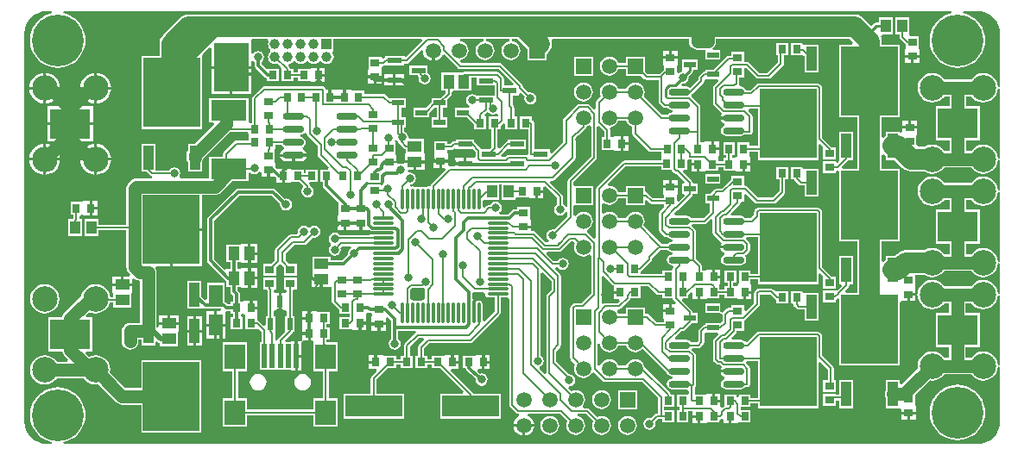
<source format=gtl>
%FSLAX24Y24*%
%MOIN*%
G70*
G01*
G75*
G04 Layer_Physical_Order=1*
G04 Layer_Color=255*
%ADD10R,0.0354X0.0315*%
%ADD11R,0.0453X0.0236*%
%ADD12O,0.0827X0.0276*%
%ADD13R,0.0315X0.0354*%
%ADD14R,0.2185X0.2677*%
%ADD15R,0.0394X0.0945*%
%ADD16R,0.2200X0.0830*%
%ADD17R,0.0433X0.0551*%
%ADD18R,0.0551X0.0433*%
%ADD19R,0.0394X0.0512*%
%ADD20R,0.0236X0.0453*%
%ADD21R,0.1575X0.1181*%
%ADD22R,0.0571X0.0236*%
%ADD23R,0.1378X0.0787*%
%ADD24O,0.0827X0.0118*%
%ADD25O,0.0118X0.0827*%
%ADD26R,0.0532X0.0846*%
%ADD27R,0.1350X0.1850*%
%ADD28R,0.0200X0.0940*%
%ADD29R,0.0790X0.0980*%
%ADD30C,0.0080*%
%ADD31C,0.0500*%
%ADD32C,0.0100*%
%ADD33C,0.0120*%
%ADD34C,0.0800*%
%ADD35C,0.0200*%
%ADD36R,0.0591X0.0591*%
%ADD37C,0.0591*%
%ADD38C,0.2000*%
%ADD39R,0.0591X0.0591*%
%ADD40C,0.0394*%
%ADD41R,0.0394X0.0394*%
%ADD42C,0.0984*%
%ADD43C,0.0320*%
G36*
X36165Y41015D02*
X36895D01*
Y41152D01*
X36969Y41182D01*
X37076Y41075D01*
X37076Y41075D01*
X37113Y41051D01*
X37156Y41042D01*
X37156Y41042D01*
X37633D01*
Y40927D01*
X37633Y40927D01*
X37633D01*
X37591Y40866D01*
X37484Y40760D01*
X37460Y40723D01*
X37451Y40680D01*
X37451Y40680D01*
Y40047D01*
X37451Y40047D01*
X37460Y40004D01*
X37484Y39967D01*
X37651Y39801D01*
X37651Y39801D01*
X37687Y39776D01*
X37730Y39768D01*
X37730Y39768D01*
X37786D01*
X37811Y39730D01*
X37880Y39684D01*
X37961Y39668D01*
Y39592D01*
X37880Y39576D01*
X37811Y39530D01*
X37786Y39492D01*
X37560D01*
X36851Y40201D01*
X36886Y40285D01*
X36898Y40380D01*
X36886Y40475D01*
X36849Y40564D01*
X36791Y40641D01*
X36714Y40699D01*
X36625Y40736D01*
X36530Y40748D01*
X36435Y40736D01*
X36346Y40699D01*
X36269Y40641D01*
X36211Y40564D01*
X36181Y40492D01*
X35879D01*
X35849Y40564D01*
X35791Y40641D01*
X35714Y40699D01*
X35625Y40736D01*
X35530Y40748D01*
X35435Y40736D01*
X35346Y40699D01*
X35317Y40677D01*
X35237Y40716D01*
Y41044D01*
X35317Y41083D01*
X35346Y41061D01*
X35435Y41024D01*
X35530Y41012D01*
X35625Y41024D01*
X35714Y41061D01*
X35791Y41119D01*
X35849Y41196D01*
X35879Y41268D01*
X36165D01*
Y41015D01*
D02*
G37*
G36*
X37527Y42361D02*
X37931D01*
X37934Y42342D01*
X37959Y42306D01*
X38023Y42241D01*
X38023Y42241D01*
X38060Y42217D01*
X38103Y42208D01*
X38103Y42208D01*
X38133D01*
X38449Y41892D01*
X38419Y41818D01*
X38341D01*
Y41442D01*
X38395D01*
X38425Y41368D01*
X38201Y41144D01*
X38127Y41174D01*
Y41368D01*
X38127Y41381D01*
X38157Y41448D01*
Y41448D01*
X38157Y41449D01*
Y41656D01*
X37603D01*
Y41449D01*
X37603Y41448D01*
Y41448D01*
X37633Y41381D01*
X37633Y41368D01*
Y41267D01*
X37202D01*
X37009Y41459D01*
X36973Y41484D01*
X36930Y41492D01*
X36895Y41558D01*
Y41745D01*
X36165D01*
Y41492D01*
X35879D01*
X35849Y41564D01*
X35791Y41641D01*
X35714Y41699D01*
X35625Y41736D01*
X35530Y41748D01*
X35519Y41747D01*
X35481Y41823D01*
X36154Y42496D01*
X37527D01*
Y42361D01*
D02*
G37*
G36*
X39518Y40416D02*
Y39947D01*
X39518Y39947D01*
X39526Y39904D01*
X39551Y39868D01*
X39870Y39548D01*
X39870Y39548D01*
X39871Y39544D01*
X39824Y39473D01*
X39815Y39430D01*
X40323D01*
Y39330D01*
X39815D01*
X39824Y39287D01*
X39876Y39209D01*
X39955Y39156D01*
X39958Y39155D01*
X39965Y39091D01*
X39962Y39073D01*
X39898Y39030D01*
X39852Y38961D01*
X39836Y38880D01*
X39852Y38799D01*
X39898Y38730D01*
X39967Y38684D01*
X40048Y38668D01*
X40599D01*
X40680Y38684D01*
X40749Y38730D01*
X40795Y38799D01*
X40811Y38880D01*
X40795Y38961D01*
X40792Y38964D01*
X40781Y39053D01*
X40806Y39078D01*
X40926Y39198D01*
X40926Y39198D01*
X40950Y39234D01*
X40959Y39277D01*
X40959Y39277D01*
Y39483D01*
X40959Y39483D01*
X40950Y39526D01*
X40926Y39562D01*
X40926Y39562D01*
X40806Y39682D01*
X40800Y39688D01*
X40826Y39764D01*
X40829Y39768D01*
X41267D01*
Y38342D01*
X40983D01*
Y38477D01*
X40528D01*
Y37987D01*
X40528Y37983D01*
X40518Y37907D01*
X40499D01*
X40498Y37907D01*
X40498D01*
X40431Y37877D01*
X40418Y37877D01*
X40317D01*
Y37983D01*
X40432D01*
Y38477D01*
X39977D01*
Y37983D01*
X40092D01*
Y37877D01*
X39977D01*
Y37742D01*
X39783D01*
Y37877D01*
X39783D01*
X39794Y37953D01*
X39813D01*
Y38180D01*
X39556D01*
Y38230D01*
X39506D01*
Y38507D01*
X39299D01*
X39299D01*
X39298Y38507D01*
Y38507D01*
X39298Y38507D01*
X39232Y38477D01*
X39232Y38477D01*
X39232Y38477D01*
X39232Y38477D01*
X39152Y38477D01*
X39117D01*
Y38633D01*
X39108Y38676D01*
X39084Y38712D01*
X39084Y38712D01*
X38870Y38926D01*
Y39262D01*
X38872Y39275D01*
Y39983D01*
X38872Y39983D01*
X38864Y40026D01*
X38839Y40062D01*
X38839Y40062D01*
X38719Y40182D01*
X38713Y40188D01*
X38739Y40264D01*
X38743Y40268D01*
X39210D01*
X39210Y40268D01*
X39253Y40276D01*
X39289Y40301D01*
X39438Y40449D01*
X39518Y40416D01*
D02*
G37*
G36*
X50608Y41504D02*
Y38812D01*
X50528Y38807D01*
X50512Y38927D01*
X50455Y39063D01*
X50365Y39181D01*
X50248Y39271D01*
X50111Y39328D01*
X49964Y39347D01*
X49818Y39328D01*
X49681Y39271D01*
X49563Y39181D01*
X49503Y39103D01*
X49303D01*
Y39497D01*
X49837D01*
Y40819D01*
X49303D01*
Y41213D01*
X49503D01*
X49563Y41135D01*
X49681Y41045D01*
X49818Y40988D01*
X49964Y40969D01*
X50111Y40988D01*
X50248Y41045D01*
X50365Y41135D01*
X50455Y41252D01*
X50512Y41389D01*
X50528Y41509D01*
X50608Y41504D01*
D02*
G37*
G36*
X46142Y42952D02*
X46211Y42899D01*
Y42745D01*
X46547D01*
X46846Y42445D01*
X46945Y42369D01*
X47059Y42322D01*
X47182Y42306D01*
X47690D01*
X47712Y42289D01*
X47849Y42232D01*
X47996Y42213D01*
X48142Y42232D01*
X48279Y42289D01*
X48397Y42379D01*
X48457Y42457D01*
X49503D01*
X49563Y42379D01*
X49681Y42289D01*
X49818Y42232D01*
X49964Y42213D01*
X50111Y42232D01*
X50248Y42289D01*
X50365Y42379D01*
X50455Y42497D01*
X50512Y42633D01*
X50528Y42753D01*
X50608Y42748D01*
Y41568D01*
X50528Y41563D01*
X50512Y41683D01*
X50455Y41819D01*
X50365Y41937D01*
X50248Y42027D01*
X50111Y42084D01*
X49964Y42103D01*
X49818Y42084D01*
X49681Y42027D01*
X49563Y41937D01*
X49503Y41859D01*
X48457D01*
X48397Y41937D01*
X48279Y42027D01*
X48142Y42084D01*
X47996Y42103D01*
X47849Y42084D01*
X47712Y42027D01*
X47595Y41937D01*
X47505Y41819D01*
X47448Y41683D01*
X47429Y41536D01*
X47448Y41389D01*
X47505Y41252D01*
X47595Y41135D01*
X47712Y41045D01*
X47849Y40988D01*
X47996Y40969D01*
X48142Y40988D01*
X48279Y41045D01*
X48397Y41135D01*
X48457Y41213D01*
X48657D01*
Y40819D01*
X48123D01*
Y39497D01*
X48657D01*
Y39103D01*
X48457D01*
X48397Y39181D01*
X48279Y39271D01*
X48142Y39328D01*
X47996Y39347D01*
X47849Y39328D01*
X47712Y39271D01*
X47690Y39254D01*
X46967D01*
X46845Y39238D01*
X46730Y39191D01*
X46632Y39115D01*
X46547Y39030D01*
X46211D01*
Y38875D01*
X46142Y38822D01*
X46134Y38811D01*
X46054Y38839D01*
Y39598D01*
X46743D01*
Y42415D01*
X46054D01*
Y42936D01*
X46134Y42963D01*
X46142Y42952D01*
D02*
G37*
G36*
X39741Y45794D02*
X39571Y45624D01*
X39546Y45588D01*
X39538Y45545D01*
X39538Y45545D01*
Y44927D01*
X39538Y44927D01*
X39546Y44884D01*
X39571Y44848D01*
X39866Y44553D01*
X39866Y44553D01*
X39868Y44540D01*
X39824Y44473D01*
X39815Y44430D01*
X40323D01*
Y44330D01*
X39815D01*
X39824Y44287D01*
X39876Y44209D01*
X39955Y44156D01*
X39958Y44155D01*
X39965Y44091D01*
X39962Y44073D01*
X39898Y44030D01*
X39852Y43961D01*
X39836Y43880D01*
X39852Y43799D01*
X39898Y43730D01*
X39967Y43684D01*
X40048Y43668D01*
X40599D01*
X40680Y43684D01*
X40730Y43718D01*
X40947D01*
X40990Y43726D01*
X41026Y43751D01*
X41050Y43787D01*
X41059Y43830D01*
Y44433D01*
X41059Y44433D01*
X41050Y44476D01*
X41026Y44512D01*
X41026Y44512D01*
X40900Y44638D01*
X40933Y44718D01*
X41267D01*
Y43292D01*
X40933D01*
Y43427D01*
X40478D01*
Y42937D01*
X40478Y42933D01*
X40468Y42857D01*
X40449D01*
X40448Y42857D01*
X40448D01*
X40381Y42827D01*
X40368Y42827D01*
X40267D01*
Y42933D01*
X40382D01*
Y43427D01*
X39927D01*
Y42933D01*
X40042D01*
Y42827D01*
X39927D01*
Y42692D01*
X39733D01*
Y42827D01*
X39733D01*
X39744Y42903D01*
X39763D01*
Y43130D01*
X39506D01*
Y43180D01*
X39456D01*
Y43457D01*
X39249D01*
X39249D01*
X39248Y43457D01*
Y43457D01*
X39248Y43457D01*
X39182Y43427D01*
X39182Y43427D01*
X39182Y43427D01*
X39182Y43427D01*
X39102Y43427D01*
X39042D01*
Y43830D01*
Y44813D01*
X39042Y44813D01*
X39034Y44856D01*
X39009Y44892D01*
X39009Y44892D01*
X38719Y45182D01*
X38702Y45199D01*
X38700Y45218D01*
X38701Y45235D01*
X38714Y45290D01*
X38729Y45301D01*
X39159Y45731D01*
X39159Y45731D01*
X39184Y45767D01*
X39191Y45803D01*
X39199Y45818D01*
X39242Y45868D01*
X39710D01*
X39741Y45794D01*
D02*
G37*
G36*
X50608Y45504D02*
Y42812D01*
X50528Y42807D01*
X50512Y42927D01*
X50455Y43063D01*
X50365Y43181D01*
X50248Y43271D01*
X50111Y43328D01*
X49964Y43347D01*
X49818Y43328D01*
X49681Y43271D01*
X49563Y43181D01*
X49503Y43103D01*
X49303D01*
Y43497D01*
X49837D01*
Y44819D01*
X49303D01*
Y45213D01*
X49503D01*
X49563Y45135D01*
X49681Y45045D01*
X49818Y44988D01*
X49964Y44969D01*
X50111Y44988D01*
X50248Y45045D01*
X50365Y45135D01*
X50455Y45252D01*
X50512Y45389D01*
X50528Y45509D01*
X50608Y45504D01*
D02*
G37*
G36*
X34823Y44044D02*
Y42882D01*
X33951Y42009D01*
X33926Y41973D01*
X33918Y41930D01*
X33918Y41930D01*
Y40946D01*
X33898Y40939D01*
X33838Y40933D01*
X33796Y40996D01*
X33742Y41032D01*
Y41330D01*
X33742Y41330D01*
X33734Y41373D01*
X33709Y41409D01*
X33249Y41870D01*
X33279Y41944D01*
X33338D01*
X33338Y41944D01*
X33381Y41952D01*
X33417Y41977D01*
X34189Y42749D01*
X34189Y42749D01*
X34214Y42785D01*
X34222Y42828D01*
Y43595D01*
X34318Y43691D01*
X34343Y43696D01*
X34379Y43721D01*
X34609Y43951D01*
X34609Y43951D01*
X34634Y43987D01*
X34642Y44030D01*
X34642Y44030D01*
Y44031D01*
X34714Y44061D01*
X34743Y44083D01*
X34823Y44044D01*
D02*
G37*
G36*
X36211Y44196D02*
X36269Y44119D01*
X36346Y44061D01*
X36418Y44031D01*
Y43780D01*
X36418Y43780D01*
X36426Y43737D01*
X36451Y43701D01*
X37051Y43101D01*
X37051Y43101D01*
X37087Y43076D01*
X37130Y43068D01*
X37535D01*
Y42933D01*
X37535Y42933D01*
X37535D01*
X37530Y42855D01*
X37527D01*
Y42720D01*
X36108D01*
X36065Y42711D01*
X36028Y42687D01*
X36028Y42687D01*
X35045Y41704D01*
X35021Y41668D01*
X35013Y41625D01*
X35013Y41625D01*
Y39734D01*
X34939Y39703D01*
X34697Y39945D01*
X34676Y39959D01*
X34672Y40017D01*
X34678Y40046D01*
X34714Y40061D01*
X34791Y40119D01*
X34849Y40196D01*
X34886Y40285D01*
X34898Y40380D01*
X34886Y40475D01*
X34849Y40564D01*
X34791Y40641D01*
X34714Y40699D01*
X34625Y40736D01*
X34530Y40748D01*
X34435Y40736D01*
X34346Y40699D01*
X34269Y40641D01*
X34222Y40579D01*
X34162Y40590D01*
X34142Y40600D01*
Y40944D01*
X34165Y41015D01*
X34222Y41015D01*
X34895D01*
Y41745D01*
X34222D01*
X34165Y41745D01*
X34142Y41816D01*
Y41816D01*
Y41884D01*
X35015Y42756D01*
X35015Y42756D01*
X35039Y42792D01*
X35047Y42835D01*
X35047Y42835D01*
Y44026D01*
X35121Y44057D01*
X35342Y43836D01*
Y43627D01*
X35227D01*
Y43133D01*
X35668D01*
X35681Y43133D01*
X35748Y43103D01*
X35748D01*
X35749Y43103D01*
X35956D01*
Y43380D01*
Y43657D01*
X35749D01*
X35748Y43657D01*
X35748D01*
X35681Y43627D01*
X35668Y43627D01*
X35567D01*
Y43882D01*
X35567Y43882D01*
X35558Y43925D01*
X35552Y43934D01*
X35578Y44008D01*
X35589Y44019D01*
X35625Y44024D01*
X35714Y44061D01*
X35791Y44119D01*
X35849Y44196D01*
X35879Y44268D01*
X36181D01*
X36211Y44196D01*
D02*
G37*
G36*
X37351Y37551D02*
X37351Y37551D01*
X37387Y37526D01*
X37430Y37518D01*
X37577D01*
Y37383D01*
X37981D01*
X37984Y37364D01*
X38009Y37328D01*
X38094Y37243D01*
X38061Y37163D01*
X37930D01*
Y36906D01*
X37880D01*
Y36856D01*
X37603D01*
Y36649D01*
X37603Y36648D01*
Y36648D01*
X37633Y36581D01*
X37633Y36568D01*
Y36467D01*
X37352D01*
X37059Y36759D01*
X37023Y36784D01*
X36980Y36792D01*
X36980Y36792D01*
X36895D01*
Y37045D01*
X36165D01*
Y36792D01*
X35879D01*
X35849Y36864D01*
X35827Y36893D01*
X35866Y36973D01*
X35900D01*
X35900Y36973D01*
X35943Y36982D01*
X35979Y37006D01*
X36301Y37328D01*
X36326Y37364D01*
X36329Y37383D01*
X36733D01*
Y37868D01*
X37034D01*
X37351Y37551D01*
D02*
G37*
G36*
X30348Y37638D02*
X30348Y37638D01*
X30683D01*
X30740Y37558D01*
X30739Y37554D01*
X30749Y37503D01*
X30777Y37461D01*
X30820Y37432D01*
X30871Y37422D01*
X31113D01*
Y36894D01*
X30708Y36489D01*
X30628Y36522D01*
Y37180D01*
X30618Y37230D01*
X30590Y37273D01*
X30547Y37301D01*
X30497Y37311D01*
X30446Y37301D01*
X30431Y37291D01*
X30414Y37294D01*
X30362Y37329D01*
X30300Y37342D01*
X30235Y37411D01*
Y37597D01*
X30297Y37642D01*
X30299Y37642D01*
X30314Y37645D01*
X30348Y37638D01*
D02*
G37*
G36*
X33288Y38066D02*
Y37715D01*
X33131Y37557D01*
X33106Y37521D01*
X33098Y37478D01*
X33098Y37478D01*
Y34504D01*
X33089Y34496D01*
X33023Y34465D01*
X32824Y34665D01*
X32850Y34751D01*
X32860Y34753D01*
X32936Y34804D01*
X32987Y34880D01*
X33005Y34970D01*
X32987Y35060D01*
X32936Y35136D01*
X32882Y35172D01*
Y38367D01*
X32956Y38397D01*
X33288Y38066D01*
D02*
G37*
G36*
X39734Y35988D02*
X39571Y35824D01*
X39546Y35788D01*
X39538Y35745D01*
X39538Y35745D01*
Y35018D01*
X39538Y35018D01*
X39546Y34975D01*
X39571Y34939D01*
X39658Y34851D01*
X39658Y34851D01*
X39695Y34826D01*
X39738Y34818D01*
X39738Y34818D01*
X39801D01*
X39866Y34753D01*
X39868Y34740D01*
X39824Y34673D01*
X39815Y34630D01*
X40323D01*
Y34530D01*
X39815D01*
X39824Y34487D01*
X39876Y34409D01*
X39955Y34356D01*
X39958Y34355D01*
X39965Y34291D01*
X39962Y34273D01*
X39898Y34230D01*
X39852Y34161D01*
X39836Y34080D01*
X39852Y33999D01*
X39898Y33930D01*
X39967Y33884D01*
X40048Y33868D01*
X40599D01*
X40680Y33884D01*
X40749Y33930D01*
X40774Y33968D01*
X40850D01*
X40893Y33976D01*
X40929Y34001D01*
X40954Y34037D01*
X40962Y34080D01*
Y34679D01*
X40962Y34679D01*
X40954Y34722D01*
X40929Y34759D01*
X40806Y34882D01*
X40800Y34888D01*
X40833Y34968D01*
X41267D01*
Y33542D01*
X40983D01*
Y33677D01*
X40528D01*
Y33606D01*
X40448Y33563D01*
X40432Y33574D01*
Y33677D01*
X39977D01*
Y33224D01*
X39958Y33221D01*
X39922Y33196D01*
X39922Y33196D01*
X39893Y33167D01*
X39813Y33201D01*
Y33380D01*
X39556D01*
Y33430D01*
X39506D01*
Y33707D01*
X39299D01*
X39299D01*
X39298Y33707D01*
Y33707D01*
X39298Y33707D01*
X39232Y33677D01*
X39232Y33677D01*
X39232Y33677D01*
X39232Y33677D01*
X39152Y33677D01*
X38832D01*
Y33964D01*
X38839Y33971D01*
X38839Y33971D01*
X38864Y34007D01*
X38872Y34050D01*
X38872Y34050D01*
Y35183D01*
X38872Y35183D01*
X38864Y35226D01*
X38839Y35262D01*
X38839Y35262D01*
X38719Y35382D01*
X38713Y35388D01*
X38747Y35468D01*
X38965D01*
X38965Y35468D01*
X39008Y35476D01*
X39044Y35501D01*
X39159Y35616D01*
X39159Y35616D01*
X39184Y35652D01*
X39192Y35695D01*
Y36002D01*
X39227Y36068D01*
X39701D01*
X39734Y35988D01*
D02*
G37*
G36*
X50608Y37504D02*
Y34812D01*
X50528Y34807D01*
X50512Y34927D01*
X50455Y35063D01*
X50365Y35181D01*
X50248Y35271D01*
X50111Y35328D01*
X49964Y35347D01*
X49818Y35328D01*
X49681Y35271D01*
X49563Y35181D01*
X49503Y35103D01*
X49287D01*
Y35497D01*
X49837D01*
Y36819D01*
X49287D01*
Y37213D01*
X49503D01*
X49563Y37135D01*
X49681Y37045D01*
X49818Y36988D01*
X49964Y36969D01*
X50111Y36988D01*
X50248Y37045D01*
X50365Y37135D01*
X50455Y37252D01*
X50512Y37389D01*
X50528Y37509D01*
X50608Y37504D01*
D02*
G37*
G36*
X37811Y39230D02*
X37880Y39184D01*
X37961Y39168D01*
Y39092D01*
X37880Y39076D01*
X37811Y39030D01*
X37765Y38961D01*
X37749Y38880D01*
X37765Y38799D01*
X37811Y38730D01*
X37880Y38684D01*
X37961Y38668D01*
X37979D01*
X37989Y38644D01*
X38003Y38588D01*
X37984Y38560D01*
X37976Y38517D01*
X37914Y38477D01*
X37585D01*
Y38342D01*
X36733D01*
Y38426D01*
X36735Y38426D01*
X36771Y38451D01*
X37139Y38819D01*
X37164Y38855D01*
X37172Y38898D01*
X37172Y38898D01*
Y38945D01*
X37495Y39268D01*
X37513D01*
X37513Y39268D01*
X37513Y39268D01*
X37786D01*
X37811Y39230D01*
D02*
G37*
G36*
X31358Y41214D02*
X31892D01*
Y41226D01*
X31947Y41283D01*
X32322D01*
X32402Y41283D01*
X32402Y41283D01*
X32402Y41283D01*
X32402Y41283D01*
X32468Y41253D01*
X32468Y41253D01*
Y41253D01*
X32469Y41253D01*
X32676D01*
Y41530D01*
X32726D01*
Y41580D01*
X32983D01*
Y41705D01*
X33063Y41738D01*
X33518Y41284D01*
Y41032D01*
X33464Y40996D01*
X33413Y40920D01*
X33395Y40830D01*
X33413Y40740D01*
X33464Y40664D01*
X33540Y40613D01*
X33630Y40595D01*
X33720Y40613D01*
X33796Y40664D01*
X33838Y40727D01*
X33898Y40721D01*
X33918Y40714D01*
Y40576D01*
X33393Y40052D01*
X33330Y40065D01*
X33240Y40047D01*
X33164Y39996D01*
X33113Y39920D01*
X33095Y39830D01*
X33113Y39740D01*
X33164Y39664D01*
X33200Y39640D01*
X33176Y39560D01*
X33083D01*
X32684Y39959D01*
X32647Y39984D01*
X32604Y39992D01*
X32604Y39992D01*
X32497D01*
Y40104D01*
X32220D01*
Y40204D01*
X32497D01*
Y40410D01*
X32497Y40412D01*
X32497Y40412D01*
X32467Y40478D01*
X32467Y40478D01*
X32467D01*
X32467Y40478D01*
Y40933D01*
X31973D01*
Y40838D01*
X31870D01*
X31819Y40828D01*
X31776Y40799D01*
X31616Y40639D01*
X31307D01*
X31283Y40719D01*
X31306Y40734D01*
X31357Y40810D01*
X31375Y40900D01*
X31357Y40990D01*
X31306Y41066D01*
X31230Y41117D01*
X31140Y41135D01*
X31050Y41117D01*
X30974Y41066D01*
X30938Y41012D01*
X30880D01*
X30880Y41012D01*
X30837Y41004D01*
X30801Y40979D01*
X30801Y40979D01*
X30708Y40887D01*
X30628Y40920D01*
Y41171D01*
X30655Y41191D01*
X30728Y41214D01*
Y41214D01*
X30728Y41214D01*
X31262D01*
Y41794D01*
X31358D01*
Y41214D01*
D02*
G37*
G36*
X35669Y37901D02*
X35697Y37882D01*
Y37680D01*
X35954D01*
Y37580D01*
X35697D01*
Y37353D01*
X35904D01*
X35935Y37279D01*
X35853Y37197D01*
X35362D01*
X35362Y37197D01*
X35319Y37189D01*
X35302Y37178D01*
X35236Y37202D01*
X35222Y37213D01*
Y38234D01*
X35302Y38267D01*
X35669Y37901D01*
D02*
G37*
G36*
X28391Y37775D02*
X28416Y37746D01*
X28416Y37746D01*
Y37367D01*
X28352Y37322D01*
X28281Y37301D01*
D01*
X28233Y37293D01*
X28185Y37301D01*
D01*
X28185D01*
X28185D01*
X28134Y37311D01*
X28084Y37301D01*
Y37301D01*
X28084Y37301D01*
D01*
X28036Y37293D01*
X27988Y37301D01*
D01*
X27917Y37322D01*
X27853Y37367D01*
Y37726D01*
X27915Y37788D01*
X28300D01*
X28300Y37788D01*
X28343Y37796D01*
X28344Y37797D01*
X28391Y37775D01*
D02*
G37*
G36*
X38607Y47330D02*
X38618Y47246D01*
X38650Y47169D01*
X38702Y47102D01*
X38769Y47050D01*
X38846Y47018D01*
X38930Y47007D01*
X39153D01*
X39227Y46992D01*
X39227Y46927D01*
Y46616D01*
X39811D01*
X39862Y46554D01*
X39552Y46244D01*
X39227D01*
Y46168D01*
X39206D01*
X39163Y46160D01*
X39127Y46135D01*
X39127Y46135D01*
X39001Y46009D01*
X38976Y45973D01*
X38968Y45930D01*
X38968Y45930D01*
Y45856D01*
X38650Y45538D01*
X38593Y45576D01*
X38512Y45592D01*
X38350D01*
X38315Y45672D01*
X38339Y45700D01*
X38360Y45695D01*
X38450Y45713D01*
X38526Y45764D01*
X38577Y45840D01*
X38594Y45930D01*
X38584Y45981D01*
X38724Y46121D01*
X38750Y46160D01*
X38759Y46207D01*
Y46242D01*
X38933D01*
Y46618D01*
X38341D01*
Y46242D01*
X38341D01*
X38347Y46162D01*
X38270Y46147D01*
X38207Y46105D01*
X38158Y46119D01*
X38127Y46140D01*
Y46368D01*
X38127Y46381D01*
X38157Y46448D01*
Y46448D01*
X38157Y46449D01*
Y46656D01*
X37603D01*
Y46449D01*
X37603Y46448D01*
Y46448D01*
X37633Y46381D01*
X37633Y46368D01*
Y46240D01*
X37624Y46234D01*
X37624Y46234D01*
X37461Y46071D01*
X37461Y46071D01*
X37456Y46067D01*
X37002D01*
X36895Y46173D01*
Y46745D01*
X36165D01*
Y46492D01*
X35879D01*
X35849Y46564D01*
X35791Y46641D01*
X35714Y46699D01*
X35625Y46736D01*
X35530Y46748D01*
X35435Y46736D01*
X35346Y46699D01*
X35269Y46641D01*
X35211Y46564D01*
X35174Y46475D01*
X35162Y46380D01*
X35174Y46285D01*
X35211Y46196D01*
X35269Y46119D01*
X35346Y46061D01*
X35435Y46024D01*
X35530Y46012D01*
X35625Y46024D01*
X35714Y46061D01*
X35791Y46119D01*
X35849Y46196D01*
X35879Y46268D01*
X36165D01*
Y46015D01*
X36737D01*
X36876Y45875D01*
X36913Y45851D01*
X36956Y45842D01*
X36956Y45842D01*
X37428D01*
Y45010D01*
X37428Y45010D01*
X37436Y44967D01*
X37461Y44931D01*
X37591Y44801D01*
X37591Y44801D01*
X37627Y44776D01*
X37670Y44768D01*
X37670Y44768D01*
X37786D01*
X37811Y44730D01*
X37880Y44684D01*
X37961Y44668D01*
Y44592D01*
X37880Y44576D01*
X37811Y44530D01*
X37786Y44492D01*
X37576D01*
X36856Y45213D01*
X36886Y45285D01*
X36898Y45380D01*
X36886Y45475D01*
X36849Y45564D01*
X36791Y45641D01*
X36714Y45699D01*
X36625Y45736D01*
X36530Y45748D01*
X36435Y45736D01*
X36346Y45699D01*
X36269Y45641D01*
X36211Y45564D01*
X36181Y45492D01*
X35879D01*
X35849Y45564D01*
X35791Y45641D01*
X35714Y45699D01*
X35625Y45736D01*
X35530Y45748D01*
X35435Y45736D01*
X35346Y45699D01*
X35269Y45641D01*
X35211Y45564D01*
X35174Y45475D01*
X35162Y45380D01*
X35174Y45285D01*
X35204Y45213D01*
X35045Y45054D01*
X35021Y45018D01*
X35013Y44975D01*
X35013Y44975D01*
Y44734D01*
X34939Y44703D01*
X34777Y44865D01*
X34741Y44889D01*
X34698Y44897D01*
X34698Y44897D01*
X34362D01*
X34362Y44897D01*
X34319Y44889D01*
X34283Y44865D01*
X33777Y44359D01*
X33753Y44322D01*
X33744Y44279D01*
X33744Y44279D01*
Y43436D01*
X33312Y43004D01*
X33238Y43034D01*
Y43163D01*
X32622D01*
Y44175D01*
X32614Y44218D01*
X32589Y44254D01*
X32553Y44278D01*
X32549Y44279D01*
X32523Y44284D01*
Y44422D01*
X32068D01*
Y43928D01*
X32398D01*
Y42984D01*
X32371Y42960D01*
X32324Y42934D01*
X32289Y42941D01*
X32289Y42941D01*
X31627D01*
X31584Y42933D01*
X31547Y42908D01*
X31547Y42908D01*
X31498Y42859D01*
X31386D01*
X31353Y42939D01*
X31538Y43124D01*
X31602Y43161D01*
Y43161D01*
X31602Y43161D01*
X32313D01*
Y43537D01*
X31602D01*
Y43461D01*
X31561Y43453D01*
X31525Y43428D01*
X31525Y43428D01*
X31288Y43191D01*
X31208Y43225D01*
Y43928D01*
X31323D01*
Y44071D01*
X31359Y44096D01*
X31437Y44173D01*
X31447Y44173D01*
X31517Y44148D01*
Y43928D01*
X31972D01*
Y44422D01*
X31857D01*
Y44770D01*
X31857Y44770D01*
X31848Y44813D01*
X31824Y44849D01*
X31824Y44849D01*
X31795Y44878D01*
Y45242D01*
X32038D01*
Y45309D01*
X32112Y45339D01*
X32258Y45193D01*
X32245Y45130D01*
X32263Y45040D01*
X32314Y44964D01*
X32390Y44913D01*
X32480Y44895D01*
X32570Y44913D01*
X32646Y44964D01*
X32697Y45040D01*
X32715Y45130D01*
X32697Y45220D01*
X32646Y45296D01*
X32570Y45347D01*
X32480Y45365D01*
X32417Y45352D01*
X32190Y45578D01*
Y45594D01*
X32182Y45637D01*
X32157Y45673D01*
X32157Y45673D01*
X31371Y46459D01*
X31335Y46484D01*
X31292Y46492D01*
X31292Y46492D01*
X29821D01*
X29778Y46546D01*
X29806Y46622D01*
X29825Y46624D01*
X29914Y46661D01*
X29991Y46719D01*
X30049Y46796D01*
X30086Y46885D01*
X30098Y46980D01*
X30086Y47075D01*
X30049Y47164D01*
X29991Y47241D01*
X29914Y47299D01*
X29825Y47336D01*
X29773Y47343D01*
X29778Y47423D01*
X30682D01*
X30687Y47343D01*
X30635Y47336D01*
X30546Y47299D01*
X30469Y47241D01*
X30411Y47164D01*
X30374Y47075D01*
X30362Y46980D01*
X30374Y46885D01*
X30411Y46796D01*
X30469Y46719D01*
X30546Y46661D01*
X30635Y46624D01*
X30730Y46612D01*
X30825Y46624D01*
X30914Y46661D01*
X30991Y46719D01*
X31049Y46796D01*
X31086Y46885D01*
X31098Y46980D01*
X31086Y47075D01*
X31049Y47164D01*
X30991Y47241D01*
X30914Y47299D01*
X30825Y47336D01*
X30773Y47343D01*
X30778Y47423D01*
X31682D01*
X31687Y47343D01*
X31635Y47336D01*
X31546Y47299D01*
X31469Y47241D01*
X31411Y47164D01*
X31374Y47075D01*
X31362Y46980D01*
X31374Y46885D01*
X31411Y46796D01*
X31469Y46719D01*
X31546Y46661D01*
X31635Y46624D01*
X31730Y46612D01*
X31825Y46624D01*
X31914Y46661D01*
X31991Y46719D01*
X32049Y46796D01*
X32086Y46885D01*
X32098Y46980D01*
X32086Y47075D01*
X32049Y47164D01*
X31991Y47241D01*
X31914Y47299D01*
X31825Y47336D01*
X31773Y47343D01*
X31778Y47423D01*
X31967D01*
X32365Y47025D01*
Y46615D01*
X33095D01*
Y46841D01*
X33165Y46895D01*
X33241Y46993D01*
X33288Y47107D01*
X33304Y47230D01*
X33289Y47343D01*
X33298Y47373D01*
X33331Y47423D01*
X38607D01*
Y47330D01*
D02*
G37*
G36*
X49902Y48492D02*
X50067Y48442D01*
X50219Y48361D01*
X50352Y48252D01*
X50461Y48118D01*
X50542Y47966D01*
X50592Y47802D01*
X50609Y47636D01*
X50608Y47630D01*
Y45568D01*
X50528Y45563D01*
X50512Y45683D01*
X50455Y45819D01*
X50365Y45937D01*
X50248Y46027D01*
X50111Y46084D01*
X49964Y46103D01*
X49818Y46084D01*
X49681Y46027D01*
X49563Y45937D01*
X49503Y45859D01*
X48457D01*
X48397Y45937D01*
X48279Y46027D01*
X48142Y46084D01*
X47996Y46103D01*
X47849Y46084D01*
X47712Y46027D01*
X47595Y45937D01*
X47505Y45819D01*
X47448Y45683D01*
X47429Y45536D01*
X47448Y45389D01*
X47505Y45252D01*
X47595Y45135D01*
X47712Y45045D01*
X47849Y44988D01*
X47996Y44969D01*
X48142Y44988D01*
X48279Y45045D01*
X48397Y45135D01*
X48457Y45213D01*
X48657D01*
Y44819D01*
X48123D01*
Y43497D01*
X48657D01*
Y43103D01*
X48457D01*
X48397Y43181D01*
X48279Y43271D01*
X48142Y43328D01*
X47996Y43347D01*
X47849Y43328D01*
X47712Y43271D01*
X47690Y43254D01*
X47457D01*
X47377Y43334D01*
Y43668D01*
X47377Y43681D01*
X47407Y43748D01*
Y43748D01*
X47407Y43749D01*
Y43956D01*
X46853D01*
Y43856D01*
X46773Y43809D01*
X46744Y43825D01*
Y43830D01*
X46211D01*
Y43675D01*
X46142Y43622D01*
X46134Y43611D01*
X46054Y43639D01*
Y44398D01*
X46743D01*
Y47215D01*
X46054D01*
Y47330D01*
X46038Y47453D01*
X46008Y47524D01*
X46058Y47604D01*
X46482D01*
Y48256D01*
X45948D01*
Y48052D01*
X45830D01*
X45783Y48043D01*
X45743Y48017D01*
X45654Y47927D01*
X45348Y48232D01*
X45250Y48307D01*
X45136Y48355D01*
X45013Y48371D01*
X19287D01*
X19164Y48355D01*
X19050Y48307D01*
X18952Y48232D01*
X18335Y47615D01*
X18318Y47593D01*
X18295Y47575D01*
X18219Y47477D01*
X18172Y47363D01*
X18156Y47240D01*
Y46765D01*
X17467D01*
Y43948D01*
X19793D01*
Y46765D01*
X19793Y46765D01*
X19793D01*
X19829Y46830D01*
X20081Y47082D01*
X20155Y47052D01*
Y46380D01*
X21705D01*
Y46559D01*
X21778Y46581D01*
X21798Y46564D01*
X21804Y46554D01*
X21828Y46538D01*
X21837Y46530D01*
Y46400D01*
X21848Y46349D01*
X21876Y46306D01*
X22246Y45936D01*
X22289Y45908D01*
X22317Y45902D01*
Y45783D01*
X22772D01*
Y46277D01*
X22317D01*
X22317Y46277D01*
Y46277D01*
X22249Y46308D01*
X22103Y46455D01*
Y46532D01*
X22136Y46554D01*
X22187Y46630D01*
X22205Y46720D01*
X22187Y46810D01*
X22136Y46886D01*
X22060Y46937D01*
X21970Y46955D01*
X21880Y46937D01*
X21804Y46886D01*
X21785Y46857D01*
X21705Y46881D01*
Y47355D01*
X21705Y47355D01*
X21705D01*
X21705Y47355D01*
X21734Y47423D01*
X22331D01*
X22350Y47403D01*
X22378Y47343D01*
X22360Y47300D01*
X22351Y47230D01*
X22360Y47160D01*
X22387Y47095D01*
X22430Y47040D01*
X22444Y47029D01*
Y46931D01*
X22430Y46920D01*
X22387Y46865D01*
X22360Y46800D01*
X22351Y46730D01*
X22360Y46660D01*
X22387Y46595D01*
X22430Y46540D01*
X22486Y46497D01*
X22550Y46470D01*
X22620Y46461D01*
X22690Y46470D01*
X22712Y46479D01*
X22842Y46349D01*
X22868Y46277D01*
X22868D01*
X22868Y46277D01*
Y45783D01*
X23323D01*
Y45918D01*
X23517D01*
Y45783D01*
X23958D01*
X23971Y45783D01*
X24038Y45753D01*
X24038D01*
X24040Y45753D01*
X24246D01*
Y46030D01*
Y46307D01*
X24040D01*
X24038Y46307D01*
X24038D01*
X23971Y46277D01*
X23958Y46277D01*
X23517D01*
Y46142D01*
X23323D01*
Y46277D01*
X23203D01*
X23199Y46297D01*
X23175Y46334D01*
X23126Y46383D01*
X23156Y46466D01*
X23190Y46470D01*
X23255Y46497D01*
X23310Y46540D01*
X23322Y46554D01*
X23419D01*
X23430Y46540D01*
X23486Y46497D01*
X23550Y46470D01*
X23620Y46461D01*
X23690Y46470D01*
X23755Y46497D01*
X23810Y46540D01*
X23822Y46554D01*
X23919D01*
X23930Y46540D01*
X23986Y46497D01*
X24050Y46470D01*
X24120Y46461D01*
X24190Y46470D01*
X24255Y46497D01*
X24310Y46540D01*
X24322Y46554D01*
X24419D01*
X24430Y46540D01*
X24486Y46497D01*
X24550Y46470D01*
X24620Y46461D01*
X24690Y46470D01*
X24755Y46497D01*
X24810Y46540D01*
X24853Y46595D01*
X24880Y46660D01*
X24889Y46730D01*
X24880Y46800D01*
X24853Y46865D01*
X24839Y46883D01*
X24878Y46963D01*
X24887D01*
Y47423D01*
X28269D01*
X28300Y47349D01*
X27669Y46718D01*
X27589Y46749D01*
Y46772D01*
X26878D01*
Y46694D01*
X26846Y46688D01*
X26809Y46663D01*
X26809Y46663D01*
X26803Y46657D01*
X26723Y46690D01*
Y46733D01*
X26229D01*
Y46292D01*
X26229Y46279D01*
X26199Y46212D01*
Y46212D01*
X26199Y46211D01*
Y46004D01*
X26753D01*
Y46211D01*
X26753Y46212D01*
Y46212D01*
X26723Y46279D01*
X26723Y46292D01*
Y46318D01*
X26803Y46393D01*
X26810D01*
X26810D01*
X26886Y46396D01*
X27589D01*
Y46472D01*
X27693D01*
X27693Y46472D01*
X27736Y46480D01*
X27773Y46505D01*
X28257Y46989D01*
X28335Y46954D01*
X28345Y46877D01*
X28385Y46781D01*
X28448Y46698D01*
X28531Y46635D01*
X28627Y46595D01*
X28680Y46588D01*
Y46980D01*
X28780D01*
Y46588D01*
X28833Y46595D01*
X28929Y46635D01*
X29012Y46698D01*
X29075Y46781D01*
X29084Y46801D01*
X29162Y46816D01*
X29678Y46301D01*
X29714Y46276D01*
X29757Y46268D01*
X29757Y46268D01*
X31245D01*
X31821Y45692D01*
X31791Y45618D01*
X31462D01*
Y45890D01*
X31462Y45890D01*
X31454Y45933D01*
X31429Y45969D01*
X31279Y46119D01*
X31243Y46144D01*
X31200Y46152D01*
X31200Y46152D01*
X29915D01*
X29873Y46144D01*
X29838Y46120D01*
X29691D01*
X29629Y46120D01*
X29620D01*
X29611D01*
X29549Y46120D01*
X29038D01*
Y45429D01*
X29213D01*
Y45343D01*
X29007Y45137D01*
X28681D01*
Y44984D01*
X28459Y44763D01*
X27967D01*
Y44387D01*
X28559D01*
Y44546D01*
X28775Y44761D01*
X28865D01*
Y44389D01*
X28681D01*
Y44013D01*
X29274D01*
Y44389D01*
X29089D01*
Y44761D01*
X29274D01*
Y45087D01*
X29404Y45217D01*
X29404Y45217D01*
X29428Y45254D01*
X29437Y45297D01*
Y45373D01*
X29494Y45429D01*
X29549D01*
X29611Y45429D01*
X29620D01*
X29629D01*
X29691Y45429D01*
X30202D01*
Y45928D01*
X30402D01*
Y45616D01*
X31088D01*
Y45244D01*
X30402D01*
X30402Y45244D01*
Y45244D01*
X30402Y45244D01*
X30331Y45265D01*
X30320Y45273D01*
X30230Y45290D01*
X30140Y45273D01*
X30064Y45222D01*
X30013Y45146D01*
X29995Y45056D01*
X30013Y44966D01*
X30064Y44890D01*
X30135Y44843D01*
X30136Y44837D01*
X30088Y44763D01*
X29567D01*
Y44387D01*
X30029D01*
X30317Y44099D01*
Y43928D01*
X30772D01*
Y44422D01*
X30738D01*
X30705Y44502D01*
X30791Y44588D01*
X30870Y44580D01*
X30874Y44574D01*
X30950Y44523D01*
X31040Y44505D01*
X31130Y44523D01*
X31168Y44549D01*
X31248Y44506D01*
Y44422D01*
X30868D01*
Y43928D01*
X30984D01*
Y43234D01*
X30912Y43163D01*
X30581D01*
X30567Y43184D01*
X30567Y43184D01*
X30322Y43428D01*
X30313Y43434D01*
Y43537D01*
X29602D01*
Y43469D01*
X29528Y43461D01*
X29485Y43453D01*
X29449Y43428D01*
X29449Y43428D01*
X29384Y43363D01*
X29267D01*
Y43478D01*
X28773D01*
Y43023D01*
X28773Y43023D01*
X28773D01*
X28773Y43023D01*
X28743Y42957D01*
X28743Y42957D01*
X28743Y42955D01*
Y42749D01*
X29297D01*
Y42955D01*
X29297Y42957D01*
X29297Y42957D01*
X29267Y43023D01*
X29267Y43023D01*
X29267D01*
X29267Y43023D01*
Y43138D01*
X29430D01*
X29430Y43138D01*
X29473Y43147D01*
X29509Y43171D01*
X29522Y43184D01*
X29602Y43161D01*
Y43161D01*
X30272D01*
X30375Y43058D01*
Y42886D01*
X30343Y42819D01*
X30329Y42819D01*
X30008D01*
Y42601D01*
X29958D01*
Y42551D01*
X29572D01*
Y42485D01*
X29368D01*
X29297Y42546D01*
Y42649D01*
X29070D01*
Y42442D01*
X29174D01*
X29205Y42368D01*
X28646Y41808D01*
X28624Y41776D01*
X28589Y41726D01*
X28551Y41722D01*
X28533Y41720D01*
X28533D01*
X28528Y41721D01*
X28478Y41711D01*
Y41711D01*
X28478Y41711D01*
D01*
X28430Y41702D01*
X28382Y41711D01*
D01*
X28382D01*
X28382D01*
X28331Y41721D01*
X28281Y41711D01*
Y41711D01*
X28281Y41711D01*
D01*
X28233Y41702D01*
X28185Y41711D01*
D01*
X28185D01*
X28185D01*
X28134Y41721D01*
X28084Y41711D01*
Y41711D01*
X28084Y41711D01*
D01*
X28036Y41702D01*
X27988Y41711D01*
D01*
X27988D01*
X27988D01*
X27937Y41721D01*
X27887Y41711D01*
Y41711D01*
X27887Y41711D01*
D01*
X27866Y41707D01*
X27830Y41757D01*
X27833Y41792D01*
X27841Y41798D01*
X27920Y41813D01*
X27996Y41864D01*
X28047Y41940D01*
X28065Y42030D01*
X28047Y42120D01*
X27996Y42196D01*
X27920Y42247D01*
X27830Y42265D01*
X27801Y42259D01*
X27737Y42322D01*
X27743Y42342D01*
X27759Y42363D01*
X27970D01*
Y42630D01*
X27641D01*
X27582Y42598D01*
X27565Y42598D01*
X27480Y42615D01*
X27390Y42597D01*
X27387Y42595D01*
X27307Y42637D01*
Y42912D01*
X27307D01*
X27307Y42912D01*
X27307Y42912D01*
D01*
X27307Y42912D01*
X27307Y42912D01*
X27277Y42979D01*
Y43433D01*
X27277D01*
X27239Y43507D01*
X27240Y43507D01*
X27251Y43511D01*
X27329Y43507D01*
X27364Y43454D01*
X27381Y43443D01*
X27386Y43417D01*
X27411Y43381D01*
X27601Y43191D01*
X27601Y43191D01*
X27637Y43167D01*
X27675Y43159D01*
Y42996D01*
X27645D01*
Y42730D01*
X28396D01*
Y42996D01*
X28366D01*
Y43557D01*
X27815D01*
X27764Y43619D01*
X27765Y43620D01*
X27747Y43710D01*
X27696Y43786D01*
X27620Y43837D01*
X27602Y43840D01*
Y44013D01*
X27674D01*
Y44389D01*
X27489D01*
Y44761D01*
X27674D01*
Y45137D01*
X27081D01*
X27081Y45137D01*
Y45137D01*
X27003Y45146D01*
X26889Y45259D01*
X26853Y45284D01*
X26810Y45292D01*
X26810Y45292D01*
X26073D01*
Y45427D01*
X25698D01*
X25618Y45427D01*
X25618Y45427D01*
X25618Y45427D01*
X25618Y45427D01*
X25552Y45457D01*
X25552Y45457D01*
Y45457D01*
X25551Y45457D01*
X25345D01*
Y45180D01*
X25245D01*
Y45457D01*
X25037D01*
Y45457D01*
X25003D01*
Y45457D01*
X24796D01*
Y45180D01*
X24696D01*
Y45457D01*
X24582D01*
Y45480D01*
X24574Y45523D01*
X24549Y45559D01*
X24513Y45584D01*
X24470Y45592D01*
X22205D01*
X22205Y45592D01*
X22162Y45584D01*
X22125Y45559D01*
X22125Y45559D01*
X21765Y45199D01*
X21741Y45163D01*
X21732Y45120D01*
X21732Y45120D01*
Y44177D01*
X21656D01*
X21608Y44199D01*
X21589Y44246D01*
Y45135D01*
X20071D01*
Y44208D01*
X20247D01*
X20278Y44134D01*
X19523Y43380D01*
X19261D01*
Y43106D01*
X19248Y43089D01*
X19216Y43011D01*
X19205Y42928D01*
Y42837D01*
X19216Y42754D01*
X19248Y42676D01*
X19261Y42659D01*
Y42295D01*
X19794D01*
Y42659D01*
X19807Y42676D01*
X19839Y42754D01*
X19844Y42787D01*
X20874Y43818D01*
X21560D01*
X21584Y43794D01*
X21617Y43738D01*
Y43683D01*
X21617Y43604D01*
Y43603D01*
Y43492D01*
X21130D01*
X21087Y43484D01*
X21051Y43459D01*
X21051Y43459D01*
X20651Y43059D01*
X20626Y43023D01*
X20618Y42980D01*
X20618Y42980D01*
Y42852D01*
X20071D01*
Y42038D01*
X18977D01*
X18934Y42118D01*
X18949Y42140D01*
X18967Y42230D01*
X18949Y42320D01*
X18898Y42396D01*
X18822Y42447D01*
X18732Y42465D01*
X18642Y42447D01*
X18566Y42396D01*
X18531Y42342D01*
X17999D01*
Y43380D01*
X17466D01*
Y42295D01*
X17649D01*
X17653Y42288D01*
X17791Y42151D01*
X17791Y42151D01*
X17827Y42126D01*
X17870Y42118D01*
X17869Y42038D01*
X17280D01*
X17197Y42027D01*
X17119Y41995D01*
X17052Y41944D01*
X16979Y41871D01*
X16928Y41804D01*
X16896Y41726D01*
X16885Y41643D01*
Y40242D01*
X15812D01*
Y40456D01*
X15278D01*
Y39804D01*
X15812D01*
Y40018D01*
X16885D01*
Y38586D01*
X16885Y38586D01*
X16885Y38586D01*
X16888Y38560D01*
X16896Y38502D01*
X16896Y38502D01*
X16896Y38502D01*
X16913Y38461D01*
X16928Y38424D01*
X16928Y38424D01*
X16928Y38424D01*
X16961Y38382D01*
X16979Y38357D01*
X16979Y38357D01*
X16979Y38357D01*
X17021Y38316D01*
X16990Y38242D01*
X16780D01*
Y37975D01*
X17106D01*
Y38128D01*
X17186Y38156D01*
X17206Y38140D01*
X17234Y38119D01*
X17234Y38119D01*
X17234Y38119D01*
X17271Y38103D01*
X17312Y38086D01*
X17312Y38086D01*
X17312Y38086D01*
X17341Y38083D01*
X17395Y38075D01*
X17400D01*
Y37537D01*
Y36446D01*
X17037D01*
X16954Y36435D01*
X16876Y36402D01*
X16809Y36351D01*
X16802Y36344D01*
X16750Y36277D01*
X16718Y36199D01*
X16707Y36116D01*
Y35730D01*
X16718Y35646D01*
X16750Y35569D01*
X16802Y35502D01*
X16869Y35450D01*
X16946Y35418D01*
X17030Y35407D01*
X17114Y35418D01*
X17191Y35450D01*
X17258Y35502D01*
X17310Y35569D01*
X17342Y35646D01*
X17353Y35730D01*
Y35800D01*
X17456D01*
Y35580D01*
X17989D01*
Y35703D01*
X18063Y35734D01*
X18085Y35712D01*
X18141Y35675D01*
X18184Y35666D01*
Y35548D01*
X18876D01*
Y36109D01*
X18906D01*
Y36375D01*
X18154D01*
Y36294D01*
X18074Y36254D01*
X18045Y36276D01*
Y37537D01*
Y38398D01*
X18034Y38482D01*
X18011Y38538D01*
X18048Y38618D01*
X18570D01*
Y40057D01*
X18620D01*
Y40107D01*
X19813D01*
Y41393D01*
X20306D01*
X20389Y41404D01*
X20467Y41436D01*
X20534Y41487D01*
X20948Y41902D01*
X20966Y41925D01*
X21589D01*
Y42235D01*
X21639Y42255D01*
X21669Y42261D01*
X21740Y42213D01*
X21830Y42195D01*
X21920Y42213D01*
X21996Y42264D01*
X22013Y42290D01*
X22093Y42266D01*
Y42097D01*
X22320D01*
Y42354D01*
X22420D01*
Y42097D01*
X22607D01*
X22647Y42097D01*
X22687Y42033D01*
X22687Y42033D01*
Y41853D01*
X22895D01*
Y42130D01*
Y42407D01*
X22727D01*
X22687Y42407D01*
X22647Y42471D01*
Y42611D01*
X22647Y42612D01*
Y42612D01*
X22617Y42679D01*
X22617Y42692D01*
Y43133D01*
X22617Y43133D01*
D01*
X22623Y43183D01*
X22623D01*
X22623Y43211D01*
Y43318D01*
X22876D01*
X22901Y43280D01*
X22966Y43237D01*
X22968Y43219D01*
X22961Y43155D01*
X22958Y43154D01*
X22880Y43101D01*
X22827Y43023D01*
X22819Y42980D01*
X23835D01*
X23826Y43023D01*
X23774Y43101D01*
X23695Y43154D01*
X23693Y43155D01*
X23685Y43219D01*
X23688Y43237D01*
X23752Y43280D01*
X23798Y43349D01*
X23814Y43430D01*
X23798Y43511D01*
X23752Y43580D01*
X23684Y43626D01*
X23602Y43642D01*
Y43718D01*
X23684Y43734D01*
X23752Y43780D01*
X23768Y43804D01*
X23848Y43779D01*
Y43768D01*
X23848Y43768D01*
X23856Y43725D01*
X23881Y43689D01*
X24278Y43292D01*
Y42928D01*
X24278Y42928D01*
X24286Y42885D01*
X24311Y42849D01*
X24708Y42451D01*
X24678Y42377D01*
X24368D01*
Y41883D01*
X24463D01*
Y41760D01*
X24473Y41709D01*
X24502Y41666D01*
X25031Y41137D01*
X25083Y41083D01*
X25083D01*
X25083Y41083D01*
Y40642D01*
X25083Y40629D01*
X25053Y40562D01*
Y40562D01*
X25053Y40561D01*
Y40354D01*
X25330D01*
Y40304D01*
X25380D01*
Y40047D01*
X25573D01*
X25607Y40047D01*
X25686Y40047D01*
X25687D01*
X25880D01*
Y40304D01*
X25980D01*
Y40047D01*
X26207D01*
X26207Y40047D01*
Y40047D01*
X26279Y40023D01*
X26284Y40019D01*
X26322Y39994D01*
X26311Y39978D01*
X26309Y39966D01*
X26815D01*
Y39866D01*
X26265D01*
X26237Y39831D01*
X25119D01*
X25096Y39866D01*
X25020Y39917D01*
X24930Y39935D01*
X24840Y39917D01*
X24764Y39866D01*
X24713Y39790D01*
X24695Y39700D01*
X24713Y39610D01*
X24764Y39534D01*
X24770Y39530D01*
Y39450D01*
X24764Y39446D01*
X24713Y39370D01*
X24695Y39280D01*
X24713Y39190D01*
X24764Y39114D01*
X24840Y39063D01*
X24930Y39045D01*
X25020Y39063D01*
X25096Y39114D01*
X25147Y39190D01*
X25165Y39280D01*
X25153Y39340D01*
X25223Y39410D01*
X25536D01*
X25560Y39330D01*
X25509Y39296D01*
X25458Y39220D01*
X25440Y39130D01*
X25448Y39091D01*
X25215Y38858D01*
X24766D01*
Y39012D01*
X24075D01*
Y38451D01*
X24045D01*
Y38185D01*
X24420D01*
Y38135D01*
X24470D01*
Y37818D01*
X24796D01*
X24818Y37747D01*
Y37280D01*
X24818Y37280D01*
X24826Y37237D01*
X24851Y37201D01*
X25101Y36951D01*
X25101Y36951D01*
X25117Y36940D01*
Y36783D01*
X25508D01*
Y36677D01*
X25117D01*
Y36183D01*
X25571D01*
X25638Y36153D01*
X25638Y36153D01*
X25638Y36153D01*
X25638Y36153D01*
Y36153D01*
X25638Y36153D01*
Y36153D01*
X25846D01*
Y36430D01*
X25896D01*
Y36480D01*
X26153D01*
Y36707D01*
X26143D01*
X26123Y36783D01*
X26165Y36845D01*
X26193Y36858D01*
X26203Y36860D01*
X26244Y36833D01*
X26294Y36823D01*
X26326D01*
X26383Y36766D01*
Y36742D01*
X26383Y36729D01*
X26353Y36662D01*
Y36662D01*
X26353Y36661D01*
Y36454D01*
X26907D01*
Y36628D01*
X26987Y36661D01*
X27117Y36531D01*
Y36280D01*
Y35828D01*
X27084Y35806D01*
X27033Y35730D01*
X27015Y35640D01*
X27033Y35550D01*
X27084Y35474D01*
X27160Y35423D01*
X27250Y35405D01*
X27340Y35423D01*
X27416Y35474D01*
X27467Y35550D01*
X27485Y35640D01*
X27467Y35730D01*
X27416Y35806D01*
X27383Y35828D01*
Y36147D01*
X28039D01*
X28063Y36067D01*
X28051Y36059D01*
X28051Y36059D01*
X27631Y35639D01*
X27606Y35603D01*
X27598Y35560D01*
X27598Y35560D01*
Y35177D01*
X27482D01*
Y35042D01*
X27289D01*
Y35177D01*
X26835D01*
X26767Y35207D01*
X26767Y35207D01*
X26767Y35207D01*
X26767Y35207D01*
Y35207D01*
X26767Y35207D01*
Y35207D01*
X26560D01*
Y34930D01*
X26510D01*
Y34880D01*
X26252D01*
Y34653D01*
X26521D01*
X26551Y34579D01*
X26351Y34378D01*
X26326Y34342D01*
X26318Y34299D01*
X26318Y34299D01*
Y33715D01*
X25260D01*
Y32745D01*
X27600D01*
Y33715D01*
X26542D01*
Y34252D01*
X26973Y34683D01*
X27289D01*
Y34818D01*
X27482D01*
Y34683D01*
X27937D01*
Y35177D01*
X27822D01*
Y35513D01*
X28176Y35868D01*
X28346D01*
X28379Y35788D01*
X28182Y35590D01*
X28157Y35554D01*
X28149Y35511D01*
X28149Y35511D01*
Y35177D01*
X28034D01*
Y34683D01*
X28489D01*
Y34818D01*
X28682D01*
Y34683D01*
X28998D01*
X29892Y33789D01*
X29862Y33715D01*
X29000D01*
Y32745D01*
X31340D01*
Y33715D01*
X30272D01*
X30249Y33749D01*
X30249Y33749D01*
X29420Y34579D01*
X29450Y34653D01*
X29719D01*
Y34880D01*
X29461D01*
Y34930D01*
X29411D01*
Y35207D01*
X29204D01*
Y35207D01*
X29204Y35207D01*
X29204Y35207D01*
D01*
X29204Y35207D01*
X29204Y35207D01*
X29136Y35177D01*
X28682D01*
Y35042D01*
X28489D01*
Y35177D01*
X28373D01*
Y35465D01*
X28576Y35668D01*
X30158D01*
X30158Y35668D01*
X30201Y35676D01*
X30237Y35701D01*
X31304Y36768D01*
X31328Y36804D01*
X31337Y36847D01*
X31337Y36847D01*
Y37422D01*
X31579D01*
X31658Y37362D01*
Y33270D01*
X31658Y33270D01*
X31666Y33227D01*
X31691Y33191D01*
X31921Y32961D01*
X31921Y32961D01*
X31957Y32936D01*
X32000Y32928D01*
X32046Y32918D01*
X32053Y32835D01*
X32031Y32825D01*
X31948Y32762D01*
X31885Y32679D01*
X31845Y32583D01*
X31838Y32530D01*
X32622D01*
X32615Y32583D01*
X32575Y32679D01*
X32512Y32762D01*
X32429Y32825D01*
X32375Y32848D01*
X32391Y32928D01*
X33624D01*
X33904Y32647D01*
X33874Y32575D01*
X33862Y32480D01*
X33874Y32385D01*
X33911Y32296D01*
X33969Y32219D01*
X34046Y32161D01*
X34135Y32124D01*
X34230Y32112D01*
X34325Y32124D01*
X34414Y32161D01*
X34491Y32219D01*
X34549Y32296D01*
X34586Y32385D01*
X34598Y32480D01*
X34586Y32575D01*
X34549Y32664D01*
X34491Y32741D01*
X34414Y32799D01*
X34325Y32836D01*
X34310Y32838D01*
X34316Y32918D01*
X34634D01*
X34904Y32647D01*
X34874Y32575D01*
X34862Y32480D01*
X34874Y32385D01*
X34911Y32296D01*
X34969Y32219D01*
X35046Y32161D01*
X35135Y32124D01*
X35230Y32112D01*
X35325Y32124D01*
X35414Y32161D01*
X35491Y32219D01*
X35549Y32296D01*
X35586Y32385D01*
X35598Y32480D01*
X35586Y32575D01*
X35549Y32664D01*
X35491Y32741D01*
X35414Y32799D01*
X35325Y32836D01*
X35230Y32848D01*
X35135Y32836D01*
X35063Y32806D01*
X34759Y33109D01*
X34723Y33134D01*
X34680Y33142D01*
X34680Y33142D01*
X34521D01*
X34494Y33210D01*
X34493Y33222D01*
X34549Y33296D01*
X34586Y33385D01*
X34598Y33480D01*
X34586Y33575D01*
X34549Y33664D01*
X34491Y33741D01*
X34414Y33799D01*
X34325Y33836D01*
X34230Y33848D01*
X34135Y33836D01*
X34063Y33806D01*
X33948Y33920D01*
X33972Y33976D01*
X33985Y33997D01*
X34070Y34013D01*
X34146Y34064D01*
X34197Y34140D01*
X34215Y34230D01*
X34197Y34320D01*
X34146Y34396D01*
X34070Y34447D01*
X33980Y34465D01*
X33967Y34462D01*
X33472Y34956D01*
Y35345D01*
X33629Y35503D01*
X33629Y35503D01*
X33654Y35539D01*
X33662Y35582D01*
X33662Y35582D01*
Y38262D01*
X33654Y38305D01*
X33629Y38341D01*
X33629Y38341D01*
X33430Y38541D01*
X33459Y38611D01*
X33531Y38613D01*
X33564Y38564D01*
X33640Y38513D01*
X33730Y38495D01*
X33820Y38513D01*
X33896Y38564D01*
X33947Y38640D01*
X33965Y38730D01*
X33947Y38820D01*
X33896Y38896D01*
X33820Y38947D01*
X33730Y38965D01*
X33640Y38947D01*
X33564Y38896D01*
X33528Y38842D01*
X33376D01*
X33107Y39112D01*
X33137Y39186D01*
X33592D01*
X33592Y39186D01*
X33635Y39195D01*
X33671Y39219D01*
X34056Y39603D01*
X34148D01*
X34204Y39547D01*
X34174Y39475D01*
X34162Y39380D01*
X34174Y39285D01*
X34211Y39196D01*
X34269Y39119D01*
X34346Y39061D01*
X34435Y39024D01*
X34530Y39012D01*
X34625Y39024D01*
X34714Y39061D01*
X34743Y39083D01*
X34823Y39044D01*
Y37576D01*
X34444Y37197D01*
X34189D01*
X34189Y37197D01*
X34146Y37189D01*
X34110Y37165D01*
X34110Y37165D01*
X34045Y37100D01*
X34021Y37064D01*
X34013Y37021D01*
X34013Y37021D01*
Y35085D01*
X34013Y35085D01*
X34021Y35042D01*
X34045Y35006D01*
X34204Y34847D01*
X34174Y34775D01*
X34162Y34680D01*
X34174Y34585D01*
X34211Y34496D01*
X34269Y34419D01*
X34346Y34361D01*
X34435Y34324D01*
X34530Y34312D01*
X34625Y34324D01*
X34714Y34361D01*
X34791Y34419D01*
X34849Y34496D01*
X34855Y34510D01*
X34949Y34529D01*
X35283Y34195D01*
X35283Y34195D01*
X35319Y34171D01*
X35362Y34163D01*
X35362Y34163D01*
X36789D01*
X37418Y33534D01*
Y32942D01*
X37365D01*
X37322Y32934D01*
X37286Y32909D01*
X37286Y32909D01*
X37143Y32767D01*
X37080Y32779D01*
X36990Y32761D01*
X36914Y32711D01*
X36863Y32634D01*
X36845Y32545D01*
X36863Y32455D01*
X36914Y32379D01*
X36990Y32328D01*
X37080Y32310D01*
X37170Y32328D01*
X37246Y32379D01*
X37297Y32455D01*
X37315Y32545D01*
X37302Y32608D01*
X37412Y32718D01*
X37577D01*
Y32583D01*
X38032D01*
Y33077D01*
X37642D01*
Y33183D01*
X38032D01*
Y33677D01*
X37912D01*
X37908Y33699D01*
X37884Y33735D01*
X37884Y33735D01*
X36892Y34726D01*
X36886Y34775D01*
X36849Y34864D01*
X36791Y34941D01*
X36714Y34999D01*
X36625Y35036D01*
X36530Y35048D01*
X36435Y35036D01*
X36346Y34999D01*
X36269Y34941D01*
X36211Y34864D01*
X36181Y34792D01*
X35879D01*
X35849Y34864D01*
X35791Y34941D01*
X35714Y34999D01*
X35625Y35036D01*
X35530Y35048D01*
X35435Y35036D01*
X35346Y34999D01*
X35269Y34941D01*
X35211Y34864D01*
X35191Y34817D01*
X35106Y34782D01*
X35094Y34783D01*
X35087Y34788D01*
Y35634D01*
X35167Y35640D01*
X35174Y35585D01*
X35211Y35496D01*
X35269Y35419D01*
X35346Y35361D01*
X35435Y35324D01*
X35530Y35312D01*
X35625Y35324D01*
X35714Y35361D01*
X35791Y35419D01*
X35849Y35496D01*
X35879Y35568D01*
X36181D01*
X36211Y35496D01*
X36269Y35419D01*
X36346Y35361D01*
X36435Y35324D01*
X36530Y35312D01*
X36625Y35324D01*
X36714Y35361D01*
X36791Y35419D01*
X36823Y35422D01*
X37744Y34501D01*
X37780Y34476D01*
X37780Y34476D01*
X37811Y34430D01*
X37880Y34384D01*
X37961Y34368D01*
Y34292D01*
X37880Y34276D01*
X37811Y34230D01*
X37765Y34161D01*
X37749Y34080D01*
X37765Y33999D01*
X37811Y33930D01*
X37880Y33884D01*
X37961Y33868D01*
X38512D01*
X38528Y33871D01*
X38608Y33806D01*
Y33747D01*
X38583Y33677D01*
X38128D01*
Y33183D01*
X38243D01*
Y33077D01*
X38128D01*
Y32583D01*
X38583D01*
Y33018D01*
X38747D01*
Y32880D01*
X39004D01*
Y32830D01*
X39054D01*
Y32553D01*
X39261D01*
X39261D01*
X39262Y32553D01*
Y32553D01*
X39262Y32553D01*
X39328Y32583D01*
X39328Y32583D01*
X39328Y32583D01*
X39328Y32583D01*
X39408Y32583D01*
X39783D01*
Y32647D01*
X39802Y32696D01*
X39876Y32726D01*
X39947Y32688D01*
Y32553D01*
X40154D01*
Y32830D01*
X40254D01*
Y32553D01*
X40462D01*
Y32553D01*
X40462Y32553D01*
X40462Y32553D01*
D01*
X40462Y32553D01*
X40462Y32553D01*
X40529Y32583D01*
X40983D01*
Y33077D01*
X40592D01*
Y33183D01*
X40983D01*
Y33318D01*
X41267D01*
Y33145D01*
X43593D01*
Y34908D01*
X43666Y34939D01*
X43968Y34637D01*
Y34233D01*
X43783D01*
Y33778D01*
X44277D01*
Y34233D01*
X44192D01*
Y34684D01*
X44192Y34684D01*
X44184Y34727D01*
X44159Y34763D01*
X44159Y34763D01*
X43745Y35178D01*
Y35937D01*
X43745Y35937D01*
X43736Y35980D01*
X43712Y36017D01*
X43712Y36017D01*
X43647Y36081D01*
X43611Y36105D01*
X43568Y36114D01*
X43568Y36114D01*
X41292D01*
X41249Y36105D01*
X41213Y36081D01*
X41213Y36081D01*
X40845Y35713D01*
X40755Y35720D01*
X40749Y35730D01*
X40680Y35776D01*
X40599Y35792D01*
X40267D01*
X40237Y35866D01*
X40422Y36051D01*
X40422Y36051D01*
X40446Y36088D01*
X40454Y36127D01*
X40727D01*
Y36531D01*
X40746Y36534D01*
X40782Y36559D01*
X41305Y37082D01*
X41329Y37118D01*
X41338Y37161D01*
X41338Y37161D01*
Y37543D01*
X41728D01*
X41921Y37351D01*
X41957Y37326D01*
X41977Y37322D01*
Y37183D01*
X42432D01*
Y37677D01*
X41977D01*
X41977Y37677D01*
Y37677D01*
X41898Y37690D01*
X41854Y37735D01*
X41818Y37759D01*
X41775Y37768D01*
X41775Y37768D01*
X41290D01*
X41290Y37768D01*
X41247Y37759D01*
X41211Y37735D01*
X41211Y37735D01*
X41146Y37670D01*
X41122Y37634D01*
X41113Y37591D01*
X41113Y37591D01*
Y37207D01*
X40801Y36895D01*
X40727Y36926D01*
Y37133D01*
X40233D01*
Y37018D01*
X40126D01*
X40083Y37009D01*
X40046Y36985D01*
X40046Y36985D01*
X39925Y36863D01*
X39921Y36859D01*
X39918Y36856D01*
X39897Y36836D01*
X39826Y36854D01*
X39819Y36863D01*
X39819Y36889D01*
Y36891D01*
X39819Y36891D01*
X39819Y36893D01*
Y37192D01*
X39227D01*
Y36816D01*
X39748D01*
X39748D01*
X39750Y36816D01*
X39786D01*
X39808Y36816D01*
X39813D01*
X39813D01*
X39814Y36816D01*
X39818Y36815D01*
X39820Y36814D01*
X39837Y36810D01*
X39863Y36803D01*
X39870Y36797D01*
X39887Y36774D01*
X39888Y36750D01*
X39888Y36773D01*
D01*
X39888Y36780D01*
X39888Y36780D01*
X39888Y36780D01*
X39888Y36747D01*
Y36491D01*
X39881Y36485D01*
X39819Y36444D01*
Y36444D01*
X39819Y36444D01*
X39227D01*
Y36368D01*
X39206D01*
X39163Y36360D01*
X39127Y36335D01*
X39127Y36335D01*
X39001Y36209D01*
X38976Y36173D01*
X38968Y36130D01*
X38968Y36130D01*
Y35741D01*
X38919Y35692D01*
X38687D01*
X38662Y35730D01*
X38593Y35776D01*
X38512Y35792D01*
X38086D01*
X38055Y35866D01*
X38307Y36118D01*
X38355D01*
X38355Y36118D01*
X38398Y36126D01*
X38435Y36151D01*
X38716Y36433D01*
X38716Y36433D01*
X38723Y36442D01*
X38933D01*
Y36818D01*
X38749D01*
Y36858D01*
X38741Y36901D01*
X38716Y36938D01*
X38716Y36938D01*
X38345Y37309D01*
X38376Y37383D01*
X38583D01*
Y37544D01*
X38592Y37551D01*
X38673Y37631D01*
X38747Y37601D01*
Y37353D01*
X38954D01*
Y37630D01*
X39054D01*
Y37353D01*
X39261D01*
X39261D01*
X39262Y37353D01*
Y37353D01*
X39262Y37353D01*
X39328Y37383D01*
X39328Y37383D01*
X39328Y37383D01*
X39328Y37383D01*
X39408Y37383D01*
X39783D01*
Y37518D01*
X39977D01*
Y37383D01*
X40418D01*
X40431Y37383D01*
X40498Y37353D01*
X40498D01*
X40499Y37353D01*
X40706D01*
Y37630D01*
X40756D01*
Y37680D01*
X41013D01*
Y37907D01*
X40994D01*
Y37907D01*
X40983Y37983D01*
X40983Y37987D01*
Y38118D01*
X41267D01*
Y37945D01*
X43593D01*
Y38337D01*
X43666Y38368D01*
X43741Y38294D01*
X43783Y38233D01*
X43783D01*
X43783Y38233D01*
Y37778D01*
X44277D01*
Y38233D01*
X44116D01*
X44109Y38242D01*
X44109Y38242D01*
X43745Y38607D01*
Y40737D01*
X43745Y40737D01*
X43736Y40780D01*
X43712Y40817D01*
X43712Y40817D01*
X43647Y40881D01*
X43611Y40905D01*
X43568Y40914D01*
X43568Y40914D01*
X41292D01*
X41292Y40914D01*
X41249Y40905D01*
X41213Y40881D01*
X41213Y40881D01*
X41148Y40817D01*
X41124Y40780D01*
X41115Y40737D01*
X41115Y40737D01*
Y40624D01*
X40984Y40492D01*
X40774D01*
X40749Y40530D01*
X40680Y40576D01*
X40599Y40592D01*
X40249D01*
X40218Y40666D01*
X40559Y41007D01*
X40559Y41007D01*
X40584Y41044D01*
X40592Y41086D01*
X40654Y41127D01*
X40727D01*
Y41401D01*
X40807Y41434D01*
X41151Y41091D01*
X41151Y41091D01*
X41187Y41066D01*
X41230Y41058D01*
X41880D01*
X41880Y41058D01*
X41923Y41066D01*
X41959Y41091D01*
X42284Y41415D01*
X42284Y41415D01*
X42308Y41451D01*
X42317Y41494D01*
X42317Y41494D01*
Y41983D01*
X42432D01*
Y42477D01*
X41977D01*
Y41983D01*
X42092D01*
Y41541D01*
X41834Y41282D01*
X41276D01*
X40857Y41701D01*
X40821Y41726D01*
X40778Y41734D01*
X40727Y41789D01*
Y42133D01*
X40233D01*
Y41991D01*
X40224Y41985D01*
X39871Y41632D01*
X39669D01*
X39626Y41624D01*
X39590Y41599D01*
X39590Y41599D01*
X39444Y41453D01*
X39437Y41444D01*
X39227D01*
Y41068D01*
X39411D01*
Y40739D01*
X39164Y40492D01*
X38687D01*
X38662Y40530D01*
X38593Y40576D01*
X38512Y40592D01*
X38064D01*
X38030Y40672D01*
X38141Y40782D01*
X38146Y40783D01*
X38182Y40808D01*
X38716Y41342D01*
X38741Y41378D01*
X38749Y41421D01*
X38824Y41442D01*
X38933D01*
Y41818D01*
X38808D01*
X38749Y41863D01*
X38741Y41906D01*
X38716Y41942D01*
X38716Y41942D01*
X38372Y42287D01*
X38403Y42361D01*
X38533D01*
Y42730D01*
X38604Y42775D01*
X38613Y42775D01*
X38650Y42768D01*
X38697D01*
Y42630D01*
X38954D01*
Y42580D01*
X39004D01*
Y42303D01*
X39212D01*
Y42303D01*
X39212Y42303D01*
X39212Y42303D01*
D01*
X39212Y42303D01*
X39212Y42303D01*
X39279Y42333D01*
X39733D01*
Y42468D01*
X39927D01*
Y42333D01*
X40368D01*
X40381Y42333D01*
X40448Y42303D01*
X40448D01*
X40449Y42303D01*
X40656D01*
Y42580D01*
X40706D01*
Y42630D01*
X40963D01*
Y42857D01*
X40944D01*
Y42857D01*
X40933Y42933D01*
X40933Y42937D01*
Y43068D01*
X41267D01*
Y42745D01*
X43593D01*
Y43337D01*
X43666Y43368D01*
X43741Y43294D01*
X43783Y43233D01*
X43783D01*
X43783Y43233D01*
Y42778D01*
X44277D01*
Y43233D01*
X44116D01*
X44109Y43242D01*
X44109Y43242D01*
X43745Y43607D01*
Y45537D01*
X43745Y45537D01*
X43736Y45580D01*
X43712Y45617D01*
X43712Y45617D01*
X43647Y45681D01*
X43611Y45705D01*
X43568Y45714D01*
X43568Y45714D01*
X41292D01*
X41249Y45705D01*
X41213Y45681D01*
X41213Y45681D01*
X40974Y45442D01*
X40798D01*
X40795Y45461D01*
X40749Y45530D01*
X40680Y45576D01*
X40599Y45592D01*
X40577D01*
X40534Y45670D01*
X40534Y45672D01*
X40542Y45713D01*
Y45927D01*
X40727D01*
Y46310D01*
X40807D01*
X41201Y45916D01*
X41237Y45892D01*
X41280Y45884D01*
X41280Y45884D01*
X41680D01*
X41680Y45884D01*
X41723Y45892D01*
X41759Y45916D01*
X42234Y46391D01*
X42258Y46427D01*
X42267Y46470D01*
X42267Y46470D01*
Y46783D01*
X42432D01*
Y47277D01*
X41977D01*
Y46783D01*
X42042D01*
Y46517D01*
X41634Y46108D01*
X41326D01*
X40933Y46501D01*
X40897Y46526D01*
X40854Y46534D01*
X40854Y46534D01*
X40727D01*
Y46933D01*
X40233D01*
Y46768D01*
X40123D01*
X40080Y46759D01*
X40043Y46735D01*
X40043Y46735D01*
X39882Y46573D01*
X39819Y46624D01*
Y46992D01*
X39547D01*
X39520Y47072D01*
X39558Y47102D01*
X39610Y47169D01*
X39642Y47246D01*
X39653Y47330D01*
Y47423D01*
X44817D01*
X44950Y47289D01*
X44920Y47215D01*
X44417D01*
Y44398D01*
X45106D01*
Y42415D01*
X44546D01*
X44516Y42489D01*
X44762Y42735D01*
X44762Y42735D01*
X44768Y42745D01*
X44949D01*
Y43830D01*
X44416D01*
Y42745D01*
X44416Y42745D01*
X44416D01*
X44385Y42676D01*
X44351Y42642D01*
X44277Y42673D01*
Y42682D01*
X43783D01*
Y42227D01*
X44277D01*
Y42283D01*
X44322Y42342D01*
X44337Y42345D01*
X44404Y42305D01*
X44417Y42290D01*
Y39598D01*
X45106D01*
Y37615D01*
X44665D01*
X44634Y37689D01*
X44762Y37816D01*
X44762Y37816D01*
X44786Y37853D01*
X44795Y37896D01*
Y37945D01*
X44949D01*
Y39030D01*
X44416D01*
Y37945D01*
X44459D01*
X44493Y37865D01*
X44343Y37715D01*
X44277Y37682D01*
X44277Y37682D01*
Y37682D01*
X44277Y37682D01*
X43783D01*
Y37227D01*
X44277D01*
Y37347D01*
X44297Y37351D01*
X44334Y37375D01*
X44344Y37385D01*
X44417Y37354D01*
Y34798D01*
X46743D01*
Y37228D01*
X46799Y37285D01*
X46823Y37285D01*
X47026D01*
Y37542D01*
X47076D01*
Y37592D01*
X47353D01*
Y37798D01*
X47353Y37800D01*
Y37800D01*
X47323Y37867D01*
X47323Y37880D01*
Y38306D01*
X47690D01*
X47712Y38289D01*
X47849Y38232D01*
X47996Y38213D01*
X48142Y38232D01*
X48279Y38289D01*
X48397Y38379D01*
X48457Y38457D01*
X49503D01*
X49563Y38379D01*
X49681Y38289D01*
X49818Y38232D01*
X49964Y38213D01*
X50111Y38232D01*
X50248Y38289D01*
X50365Y38379D01*
X50455Y38497D01*
X50512Y38633D01*
X50528Y38753D01*
X50608Y38748D01*
Y37568D01*
X50528Y37563D01*
X50512Y37683D01*
X50455Y37819D01*
X50365Y37937D01*
X50248Y38027D01*
X50111Y38084D01*
X49964Y38103D01*
X49818Y38084D01*
X49681Y38027D01*
X49563Y37937D01*
X49503Y37859D01*
X48457D01*
X48397Y37937D01*
X48279Y38027D01*
X48142Y38084D01*
X47996Y38103D01*
X47849Y38084D01*
X47712Y38027D01*
X47595Y37937D01*
X47505Y37819D01*
X47448Y37683D01*
X47433Y37570D01*
X47403Y37572D01*
Y37500D01*
X47433Y37502D01*
X47448Y37389D01*
X47505Y37252D01*
X47595Y37135D01*
X47712Y37045D01*
X47849Y36988D01*
X47996Y36969D01*
X48142Y36988D01*
X48279Y37045D01*
X48397Y37135D01*
X48457Y37213D01*
X48641D01*
Y36819D01*
X48123D01*
Y35497D01*
X48641D01*
Y35103D01*
X48457D01*
X48397Y35181D01*
X48279Y35271D01*
X48142Y35328D01*
X47996Y35347D01*
X47849Y35328D01*
X47712Y35271D01*
X47595Y35181D01*
X47505Y35063D01*
X47448Y34927D01*
X47429Y34780D01*
X47442Y34682D01*
X46824Y34065D01*
X46744Y34098D01*
Y34230D01*
X46211D01*
Y33865D01*
X46198Y33848D01*
X46166Y33771D01*
X46155Y33687D01*
X46166Y33604D01*
X46198Y33526D01*
X46211Y33509D01*
Y33145D01*
X46723D01*
X46744Y33145D01*
X46803Y33092D01*
Y33004D01*
X47357D01*
Y33211D01*
X47357Y33212D01*
Y33212D01*
X47327Y33279D01*
X47327Y33292D01*
Y33655D01*
X47898Y34226D01*
X47996Y34213D01*
X48142Y34232D01*
X48279Y34289D01*
X48397Y34379D01*
X48457Y34457D01*
X49503D01*
X49563Y34379D01*
X49681Y34289D01*
X49818Y34232D01*
X49964Y34213D01*
X50111Y34232D01*
X50248Y34289D01*
X50365Y34379D01*
X50455Y34497D01*
X50512Y34633D01*
X50528Y34753D01*
X50608Y34748D01*
Y32630D01*
X50611Y32613D01*
X50596Y32458D01*
X50546Y32294D01*
X50464Y32142D01*
X50355Y32008D01*
X50222Y31899D01*
X50070Y31818D01*
X49905Y31768D01*
X49739Y31751D01*
X49733Y31752D01*
X14459D01*
X14450Y31832D01*
X14562Y31859D01*
X14717Y31924D01*
X14861Y32012D01*
X14989Y32121D01*
X15098Y32249D01*
X15186Y32393D01*
X15251Y32548D01*
X15290Y32712D01*
X15303Y32880D01*
X15290Y33048D01*
X15251Y33212D01*
X15186Y33367D01*
X15098Y33511D01*
X14989Y33639D01*
X14861Y33748D01*
X14717Y33836D01*
X14562Y33901D01*
X14398Y33940D01*
X14230Y33953D01*
X14062Y33940D01*
X13898Y33901D01*
X13743Y33836D01*
X13599Y33748D01*
X13471Y33639D01*
X13362Y33511D01*
X13274Y33367D01*
X13209Y33212D01*
X13170Y33048D01*
X13157Y32880D01*
X13170Y32712D01*
X13209Y32548D01*
X13274Y32393D01*
X13362Y32249D01*
X13471Y32121D01*
X13599Y32012D01*
X13743Y31924D01*
X13898Y31859D01*
X14010Y31832D01*
X14001Y31752D01*
X13825D01*
X13820Y31751D01*
X13653Y31768D01*
X13489Y31818D01*
X13337Y31899D01*
X13203Y32008D01*
X13094Y32142D01*
X13013Y32294D01*
X12963Y32458D01*
X12946Y32625D01*
X12947Y32630D01*
Y47630D01*
X12946Y47635D01*
X12963Y47802D01*
X13013Y47966D01*
X13094Y48118D01*
X13203Y48252D01*
X13337Y48361D01*
X13489Y48442D01*
X13653Y48492D01*
X13820Y48509D01*
X13825Y48508D01*
X14001D01*
X14010Y48428D01*
X13898Y48401D01*
X13743Y48336D01*
X13599Y48248D01*
X13471Y48139D01*
X13362Y48011D01*
X13274Y47867D01*
X13209Y47712D01*
X13170Y47548D01*
X13157Y47380D01*
X13170Y47212D01*
X13209Y47048D01*
X13274Y46893D01*
X13362Y46749D01*
X13471Y46621D01*
X13599Y46512D01*
X13743Y46424D01*
X13898Y46359D01*
X14062Y46320D01*
X14230Y46307D01*
X14398Y46320D01*
X14562Y46359D01*
X14717Y46424D01*
X14861Y46512D01*
X14989Y46621D01*
X15098Y46749D01*
X15186Y46893D01*
X15251Y47048D01*
X15290Y47212D01*
X15303Y47380D01*
X15290Y47548D01*
X15251Y47712D01*
X15186Y47867D01*
X15098Y48011D01*
X14989Y48139D01*
X14861Y48248D01*
X14717Y48336D01*
X14562Y48401D01*
X14450Y48428D01*
X14459Y48508D01*
X48735D01*
X48744Y48428D01*
X48633Y48401D01*
X48477Y48336D01*
X48333Y48248D01*
X48205Y48139D01*
X48096Y48011D01*
X48008Y47867D01*
X47943Y47712D01*
X47904Y47548D01*
X47891Y47380D01*
X47904Y47212D01*
X47943Y47048D01*
X48008Y46893D01*
X48096Y46749D01*
X48205Y46621D01*
X48333Y46512D01*
X48477Y46424D01*
X48633Y46359D01*
X48796Y46320D01*
X48964Y46307D01*
X49132Y46320D01*
X49296Y46359D01*
X49452Y46424D01*
X49595Y46512D01*
X49723Y46621D01*
X49833Y46749D01*
X49921Y46893D01*
X49985Y47048D01*
X50024Y47212D01*
X50038Y47380D01*
X50024Y47548D01*
X49985Y47712D01*
X49921Y47867D01*
X49833Y48011D01*
X49723Y48139D01*
X49595Y48248D01*
X49452Y48336D01*
X49296Y48401D01*
X49184Y48428D01*
X49193Y48508D01*
X49730D01*
X49735Y48509D01*
X49902Y48492D01*
D02*
G37*
%LPC*%
G36*
X18906Y36742D02*
X18580D01*
Y36475D01*
X18906D01*
Y36742D01*
D02*
G37*
G36*
X42983Y37677D02*
X42528D01*
Y37183D01*
X42574D01*
X42643Y37154D01*
X42652Y37111D01*
X42676Y37075D01*
X42758Y36994D01*
X42758Y36994D01*
X42794Y36969D01*
X42837Y36961D01*
X43061D01*
Y36530D01*
X43594D01*
Y37615D01*
X43061D01*
X43061Y37615D01*
Y37615D01*
X42983Y37621D01*
Y37677D01*
D02*
G37*
G36*
X37830Y37163D02*
X37603D01*
Y36956D01*
X37830D01*
Y37163D01*
D02*
G37*
G36*
X13730Y37947D02*
X13583Y37928D01*
X13447Y37871D01*
X13329Y37781D01*
X13239Y37663D01*
X13182Y37527D01*
X13163Y37380D01*
X13182Y37233D01*
X13239Y37097D01*
X13329Y36979D01*
X13447Y36889D01*
X13583Y36832D01*
X13730Y36813D01*
X13877Y36832D01*
X14013Y36889D01*
X14131Y36979D01*
X14221Y37097D01*
X14278Y37233D01*
X14297Y37380D01*
X14278Y37527D01*
X14221Y37663D01*
X14131Y37781D01*
X14013Y37871D01*
X13877Y37928D01*
X13730Y37947D01*
D02*
G37*
G36*
X23895Y36907D02*
X23687D01*
Y36680D01*
X23895D01*
Y36907D01*
D02*
G37*
G36*
X19468Y36695D02*
X19221D01*
Y36173D01*
X19468D01*
Y36695D01*
D02*
G37*
G36*
X26153Y36380D02*
X25946D01*
Y36153D01*
X26153D01*
Y36380D01*
D02*
G37*
G36*
X26907Y36354D02*
X26680D01*
Y36147D01*
X26907D01*
Y36354D01*
D02*
G37*
G36*
X19815Y36695D02*
X19568D01*
Y36173D01*
X19815D01*
Y36695D01*
D02*
G37*
G36*
X18480Y36742D02*
X18154D01*
Y36475D01*
X18480D01*
Y36742D01*
D02*
G37*
G36*
X37830Y46963D02*
X37603D01*
Y46756D01*
X37830D01*
Y46963D01*
D02*
G37*
G36*
X20280Y36882D02*
X19964D01*
Y36409D01*
X20280D01*
Y36882D01*
D02*
G37*
G36*
X47507Y46704D02*
X47280D01*
Y46497D01*
X47507D01*
Y46704D01*
D02*
G37*
G36*
X39606Y38507D02*
Y38280D01*
X39813D01*
Y38507D01*
X39606D01*
D02*
G37*
G36*
X21942Y38556D02*
X21675D01*
Y38230D01*
X21942D01*
Y38556D01*
D02*
G37*
G36*
X16680Y38242D02*
X16354D01*
Y37975D01*
X16680D01*
Y38242D01*
D02*
G37*
G36*
X21942Y39506D02*
X21675D01*
Y39180D01*
X21942D01*
Y39506D01*
D02*
G37*
G36*
Y39080D02*
X21675D01*
Y38754D01*
X21942D01*
Y39080D01*
D02*
G37*
G36*
X19813Y40007D02*
X18670D01*
Y38618D01*
X19813D01*
Y40007D01*
D02*
G37*
G36*
X24370Y38085D02*
X24045D01*
Y37818D01*
X24370D01*
Y38085D01*
D02*
G37*
G36*
X47180Y46704D02*
X46953D01*
Y46497D01*
X47180D01*
Y46704D01*
D02*
G37*
G36*
X21746Y37307D02*
Y37080D01*
X21953D01*
Y37307D01*
X21746D01*
D02*
G37*
G36*
X15698Y37947D02*
X15552Y37928D01*
X15415Y37871D01*
X15298Y37781D01*
X15207Y37663D01*
X15151Y37527D01*
X15145Y37479D01*
X14486Y36821D01*
X14435Y36754D01*
X14403Y36676D01*
X14401Y36663D01*
X13857D01*
Y35341D01*
X14401D01*
X14403Y35328D01*
X14435Y35250D01*
X14486Y35183D01*
X14649Y35021D01*
X14618Y34947D01*
X14191D01*
X14131Y35025D01*
X14013Y35115D01*
X13877Y35172D01*
X13730Y35191D01*
X13583Y35172D01*
X13447Y35115D01*
X13329Y35025D01*
X13239Y34908D01*
X13182Y34771D01*
X13163Y34624D01*
X13182Y34477D01*
X13239Y34341D01*
X13329Y34223D01*
X13447Y34133D01*
X13583Y34076D01*
X13730Y34057D01*
X13877Y34076D01*
X14013Y34133D01*
X14131Y34223D01*
X14191Y34301D01*
X15238D01*
X15298Y34223D01*
X15415Y34133D01*
X15552Y34076D01*
X15698Y34057D01*
X15796Y34070D01*
X16491Y33375D01*
X16558Y33324D01*
X16636Y33291D01*
X16719Y33280D01*
X17458D01*
Y32195D01*
X19783D01*
Y35012D01*
X17458D01*
Y33926D01*
X16853D01*
X16253Y34526D01*
X16265Y34624D01*
X16246Y34771D01*
X16190Y34908D01*
X16099Y35025D01*
X15982Y35115D01*
X15845Y35172D01*
X15698Y35191D01*
X15552Y35172D01*
X15452Y35130D01*
X15315Y35268D01*
X15345Y35341D01*
X15572D01*
Y36663D01*
X15345D01*
X15315Y36737D01*
X15452Y36874D01*
X15552Y36832D01*
X15698Y36813D01*
X15845Y36832D01*
X15982Y36889D01*
X16099Y36979D01*
X16190Y37097D01*
X16242Y37223D01*
X16384D01*
Y37048D01*
X17076D01*
Y37609D01*
X17106D01*
Y37875D01*
X16354D01*
Y37609D01*
X16384D01*
Y37447D01*
X16257D01*
X16246Y37527D01*
X16190Y37663D01*
X16099Y37781D01*
X15982Y37871D01*
X15845Y37928D01*
X15698Y37947D01*
D02*
G37*
G36*
X21942Y38130D02*
X21675D01*
Y37804D01*
X21942D01*
Y38130D01*
D02*
G37*
G36*
X41013Y37580D02*
X40806D01*
Y37353D01*
X41013D01*
Y37580D01*
D02*
G37*
G36*
X47353Y37492D02*
X47126D01*
Y37285D01*
X47353D01*
Y37492D01*
D02*
G37*
G36*
X26580Y36354D02*
X26353D01*
Y36147D01*
X26580D01*
Y36354D01*
D02*
G37*
G36*
X35230Y33848D02*
X35135Y33836D01*
X35046Y33799D01*
X34969Y33741D01*
X34911Y33664D01*
X34874Y33575D01*
X34862Y33480D01*
X34874Y33385D01*
X34911Y33296D01*
X34969Y33219D01*
X35046Y33161D01*
X35135Y33124D01*
X35230Y33112D01*
X35325Y33124D01*
X35414Y33161D01*
X35491Y33219D01*
X35549Y33296D01*
X35586Y33385D01*
X35598Y33480D01*
X35586Y33575D01*
X35549Y33664D01*
X35491Y33741D01*
X35414Y33799D01*
X35325Y33836D01*
X35230Y33848D01*
D02*
G37*
G36*
X24202Y36907D02*
X24202D01*
X24201Y36907D01*
X23995D01*
Y36630D01*
X23945D01*
Y36580D01*
X23687D01*
Y36387D01*
Y36386D01*
X23687Y36307D01*
X23687Y36273D01*
Y36080D01*
X23945D01*
Y36030D01*
X23995D01*
Y35753D01*
X24057D01*
X24115Y35700D01*
X24115Y35673D01*
Y34580D01*
X24468D01*
Y33530D01*
X24115D01*
Y33082D01*
X21545D01*
Y33530D01*
X21192D01*
Y34580D01*
X21545D01*
Y35700D01*
X20615D01*
Y34580D01*
X20968D01*
Y33530D01*
X20615D01*
Y32410D01*
X21545D01*
Y32858D01*
X24115D01*
Y32410D01*
X25045D01*
Y33530D01*
X24692D01*
Y34580D01*
X25045D01*
Y35700D01*
X24608D01*
Y35783D01*
X24723D01*
Y36277D01*
X24608D01*
Y36383D01*
X24723D01*
Y36877D01*
X24282D01*
X24270Y36877D01*
X24202Y36907D01*
D02*
G37*
G36*
X47357Y32904D02*
X47130D01*
Y32697D01*
X47357D01*
Y32904D01*
D02*
G37*
G36*
X36595Y33845D02*
X35865D01*
Y33115D01*
X36595D01*
Y33845D01*
D02*
G37*
G36*
X21970Y34473D02*
X21886Y34462D01*
X21809Y34430D01*
X21742Y34378D01*
X21690Y34311D01*
X21658Y34234D01*
X21647Y34150D01*
X21658Y34066D01*
X21690Y33989D01*
X21742Y33922D01*
X21809Y33870D01*
X21886Y33838D01*
X21970Y33827D01*
X22054Y33838D01*
X22131Y33870D01*
X22198Y33922D01*
X22250Y33989D01*
X22282Y34066D01*
X22293Y34150D01*
X22282Y34234D01*
X22250Y34311D01*
X22198Y34378D01*
X22131Y34430D01*
X22054Y34462D01*
X21970Y34473D01*
D02*
G37*
G36*
X44949Y34230D02*
X44416D01*
Y33667D01*
X44277D01*
Y33682D01*
X43783D01*
Y33227D01*
X44277D01*
Y33442D01*
X44416D01*
Y33145D01*
X44949D01*
Y34230D01*
D02*
G37*
G36*
X39606Y33707D02*
Y33480D01*
X39813D01*
Y33707D01*
X39606D01*
D02*
G37*
G36*
X32622Y32430D02*
X32280D01*
Y32088D01*
X32333Y32095D01*
X32429Y32135D01*
X32512Y32198D01*
X32575Y32281D01*
X32615Y32377D01*
X32622Y32430D01*
D02*
G37*
G36*
X32180D02*
X31838D01*
X31845Y32377D01*
X31885Y32281D01*
X31948Y32198D01*
X32031Y32135D01*
X32127Y32095D01*
X32180Y32088D01*
Y32430D01*
D02*
G37*
G36*
X48964Y34053D02*
X48796Y34040D01*
X48633Y34001D01*
X48477Y33936D01*
X48333Y33848D01*
X48205Y33739D01*
X48096Y33611D01*
X48008Y33467D01*
X47943Y33312D01*
X47904Y33148D01*
X47891Y32980D01*
X47904Y32812D01*
X47943Y32648D01*
X48008Y32493D01*
X48096Y32349D01*
X48205Y32221D01*
X48333Y32112D01*
X48477Y32024D01*
X48633Y31959D01*
X48796Y31920D01*
X48964Y31907D01*
X49132Y31920D01*
X49296Y31959D01*
X49452Y32024D01*
X49595Y32112D01*
X49723Y32221D01*
X49833Y32349D01*
X49921Y32493D01*
X49985Y32648D01*
X50024Y32812D01*
X50038Y32980D01*
X50024Y33148D01*
X49985Y33312D01*
X49921Y33467D01*
X49833Y33611D01*
X49723Y33739D01*
X49595Y33848D01*
X49452Y33936D01*
X49296Y34001D01*
X49132Y34040D01*
X48964Y34053D01*
D02*
G37*
G36*
X33230Y32848D02*
X33135Y32836D01*
X33046Y32799D01*
X32969Y32741D01*
X32911Y32664D01*
X32874Y32575D01*
X32862Y32480D01*
X32874Y32385D01*
X32911Y32296D01*
X32969Y32219D01*
X33046Y32161D01*
X33135Y32124D01*
X33230Y32112D01*
X33325Y32124D01*
X33414Y32161D01*
X33491Y32219D01*
X33549Y32296D01*
X33586Y32385D01*
X33598Y32480D01*
X33586Y32575D01*
X33549Y32664D01*
X33491Y32741D01*
X33414Y32799D01*
X33325Y32836D01*
X33230Y32848D01*
D02*
G37*
G36*
X47030Y32904D02*
X46803D01*
Y32697D01*
X47030D01*
Y32904D01*
D02*
G37*
G36*
X38954Y32780D02*
X38747D01*
Y32553D01*
X38954D01*
Y32780D01*
D02*
G37*
G36*
X36230Y32848D02*
X36135Y32836D01*
X36046Y32799D01*
X35969Y32741D01*
X35911Y32664D01*
X35874Y32575D01*
X35862Y32480D01*
X35874Y32385D01*
X35911Y32296D01*
X35969Y32219D01*
X36046Y32161D01*
X36135Y32124D01*
X36230Y32112D01*
X36325Y32124D01*
X36414Y32161D01*
X36491Y32219D01*
X36549Y32296D01*
X36586Y32385D01*
X36598Y32480D01*
X36586Y32575D01*
X36549Y32664D01*
X36491Y32741D01*
X36414Y32799D01*
X36325Y32836D01*
X36230Y32848D01*
D02*
G37*
G36*
X38157Y46963D02*
X37930D01*
Y46756D01*
X38157D01*
Y46963D01*
D02*
G37*
G36*
X23895Y35980D02*
X23687D01*
Y35826D01*
Y35826D01*
X23687Y35814D01*
X23687Y35812D01*
X23684Y35790D01*
X23680Y35783D01*
X23675Y35773D01*
X23673Y35770D01*
X23673Y35770D01*
D01*
X23667Y35759D01*
X23665Y35757D01*
X23661Y35749D01*
X23658Y35743D01*
X23658Y35743D01*
X23656Y35743D01*
X23656Y35743D01*
X23656Y35743D01*
X23656D01*
X23653Y35742D01*
X23638Y35737D01*
X23638Y35737D01*
X23625Y35733D01*
X23609Y35731D01*
X23605Y35730D01*
X23604D01*
X23583Y35730D01*
X23582D01*
X23500D01*
Y35210D01*
X23650D01*
Y35657D01*
Y35657D01*
X23650Y35669D01*
X23650Y35671D01*
X23653Y35693D01*
X23657Y35700D01*
X23662Y35710D01*
X23664Y35712D01*
X23664Y35713D01*
D01*
X23670Y35723D01*
X23672Y35726D01*
X23676Y35734D01*
X23679Y35740D01*
X23680Y35740D01*
X23681Y35740D01*
X23681Y35740D01*
X23682Y35740D01*
X23682D01*
X23684Y35741D01*
X23699Y35746D01*
X23699Y35746D01*
X23712Y35750D01*
X23728Y35752D01*
X23733Y35753D01*
X23733D01*
X23754Y35753D01*
X23755D01*
X23895D01*
Y35980D01*
D02*
G37*
G36*
X30711Y35207D02*
Y34980D01*
X30919D01*
Y35207D01*
X30711D01*
D02*
G37*
G36*
X19468Y36073D02*
X19221D01*
Y35550D01*
X19468D01*
Y36073D01*
D02*
G37*
G36*
X20696Y36309D02*
X20380D01*
Y35836D01*
X20696D01*
Y36309D01*
D02*
G37*
G36*
X20280D02*
X19964D01*
Y35836D01*
X20280D01*
Y36309D01*
D02*
G37*
G36*
X19815Y36073D02*
X19568D01*
Y35550D01*
X19815D01*
Y36073D01*
D02*
G37*
G36*
X47112Y48256D02*
X46578D01*
Y47604D01*
X46733D01*
Y47513D01*
X46733Y47513D01*
X46741Y47471D01*
X46766Y47434D01*
X46974Y47226D01*
X46974Y47226D01*
X46983Y47220D01*
Y47092D01*
X46983Y47079D01*
X46953Y47012D01*
Y47012D01*
X46953Y47011D01*
Y46804D01*
X47507D01*
Y47011D01*
X47507Y47012D01*
Y47012D01*
X47477Y47079D01*
X47477Y47092D01*
Y47533D01*
X47133D01*
X47112Y47604D01*
X47112Y47604D01*
X47112D01*
X47112Y47604D01*
Y48256D01*
D02*
G37*
G36*
X30404Y35207D02*
X30404D01*
X30336Y35177D01*
X30324Y35177D01*
X29882D01*
Y34683D01*
X29983D01*
X29983Y34683D01*
X29987Y34659D01*
X29989Y34658D01*
X29989Y34656D01*
X30003Y34636D01*
X30016Y34616D01*
X30146Y34486D01*
X30175Y34467D01*
X30372Y34282D01*
X30365Y34250D01*
X30383Y34160D01*
X30434Y34084D01*
X30510Y34033D01*
X30600Y34015D01*
X30690Y34033D01*
X30766Y34084D01*
X30817Y34160D01*
X30835Y34250D01*
X30817Y34340D01*
X30766Y34416D01*
X30690Y34467D01*
X30600Y34485D01*
X30554Y34475D01*
X30450Y34573D01*
X30481Y34653D01*
X30611D01*
Y34930D01*
Y35207D01*
X30405D01*
X30404Y35207D01*
D02*
G37*
G36*
X23690Y34473D02*
X23606Y34462D01*
X23529Y34430D01*
X23462Y34378D01*
X23410Y34311D01*
X23378Y34234D01*
X23367Y34150D01*
X23378Y34066D01*
X23410Y33989D01*
X23462Y33922D01*
X23529Y33870D01*
X23606Y33838D01*
X23690Y33827D01*
X23774Y33838D01*
X23851Y33870D01*
X23918Y33922D01*
X23970Y33989D01*
X24002Y34066D01*
X24013Y34150D01*
X24002Y34234D01*
X23970Y34311D01*
X23918Y34378D01*
X23851Y34430D01*
X23774Y34462D01*
X23690Y34473D01*
D02*
G37*
G36*
X23650Y35110D02*
X23500D01*
Y34590D01*
X23650D01*
Y35110D01*
D02*
G37*
G36*
X29719Y35207D02*
X29511D01*
Y34980D01*
X29719D01*
Y35207D01*
D02*
G37*
G36*
X26460D02*
X26252D01*
Y34980D01*
X26460D01*
Y35207D01*
D02*
G37*
G36*
X30919Y34880D02*
X30711D01*
Y34653D01*
X30919D01*
Y34880D01*
D02*
G37*
G36*
X42983Y47277D02*
X42528D01*
Y46783D01*
X42983D01*
X42983Y46783D01*
X43061Y46777D01*
Y46130D01*
X43594D01*
Y47215D01*
X43061D01*
X43061Y47215D01*
Y47215D01*
X42983Y47221D01*
Y47277D01*
D02*
G37*
G36*
X36056Y43657D02*
Y43430D01*
X36263D01*
Y43657D01*
X36056D01*
D02*
G37*
G36*
X27619Y45786D02*
X27283D01*
Y45618D01*
X27619D01*
Y45786D01*
D02*
G37*
G36*
X39556Y43457D02*
Y43230D01*
X39763D01*
Y43457D01*
X39556D01*
D02*
G37*
G36*
X14664Y44096D02*
X13827D01*
Y43455D01*
X14664D01*
Y44096D01*
D02*
G37*
G36*
X47407Y44263D02*
X47180D01*
Y44056D01*
X47407D01*
Y44263D01*
D02*
G37*
G36*
X47080D02*
X46853D01*
Y44056D01*
X47080D01*
Y44263D01*
D02*
G37*
G36*
X15602Y44096D02*
X14764D01*
Y43455D01*
X15602D01*
Y44096D01*
D02*
G37*
G36*
X13780Y43358D02*
Y42818D01*
X14320D01*
X14314Y42884D01*
X14280Y42995D01*
X14225Y43098D01*
X14151Y43189D01*
X14061Y43263D01*
X13958Y43317D01*
X13846Y43351D01*
X13780Y43358D01*
D02*
G37*
G36*
X13680D02*
X13614Y43351D01*
X13502Y43317D01*
X13399Y43263D01*
X13309Y43189D01*
X13235Y43098D01*
X13180Y42995D01*
X13146Y42884D01*
X13140Y42818D01*
X13680D01*
Y43358D01*
D02*
G37*
G36*
X23835Y42880D02*
X23377D01*
Y42688D01*
X23602D01*
X23695Y42706D01*
X23774Y42759D01*
X23826Y42837D01*
X23835Y42880D01*
D02*
G37*
G36*
X15648Y43358D02*
X15582Y43351D01*
X15471Y43317D01*
X15368Y43263D01*
X15278Y43189D01*
X15204Y43098D01*
X15149Y42995D01*
X15115Y42884D01*
X15108Y42818D01*
X15648D01*
Y43358D01*
D02*
G37*
G36*
X36263Y43330D02*
X36056D01*
Y43103D01*
X36263D01*
Y43330D01*
D02*
G37*
G36*
X28514Y46398D02*
X27803D01*
Y46022D01*
X28128D01*
X28136Y46012D01*
X28151Y45991D01*
X28169Y45972D01*
X28178Y45962D01*
X28165Y45900D01*
X28183Y45810D01*
X28234Y45734D01*
X28310Y45683D01*
X28400Y45665D01*
X28490Y45683D01*
X28566Y45734D01*
X28617Y45810D01*
X28635Y45900D01*
X28617Y45990D01*
X28566Y46066D01*
X28514Y46101D01*
Y46398D01*
D02*
G37*
G36*
X15748Y43358D02*
Y42818D01*
X16289D01*
X16282Y42884D01*
X16248Y42995D01*
X16193Y43098D01*
X16119Y43189D01*
X16029Y43263D01*
X15926Y43317D01*
X15815Y43351D01*
X15748Y43358D01*
D02*
G37*
G36*
X21705Y46280D02*
X20980D01*
Y45305D01*
X21705D01*
Y46280D01*
D02*
G37*
G36*
X20880D02*
X20155D01*
Y45305D01*
X20880D01*
Y46280D01*
D02*
G37*
G36*
X34530Y45748D02*
X34435Y45736D01*
X34346Y45699D01*
X34269Y45641D01*
X34211Y45564D01*
X34174Y45475D01*
X34162Y45380D01*
X34174Y45285D01*
X34211Y45196D01*
X34269Y45119D01*
X34346Y45061D01*
X34435Y45024D01*
X34530Y45012D01*
X34625Y45024D01*
X34714Y45061D01*
X34791Y45119D01*
X34849Y45196D01*
X34886Y45285D01*
X34898Y45380D01*
X34886Y45475D01*
X34849Y45564D01*
X34791Y45641D01*
X34714Y45699D01*
X34625Y45736D01*
X34530Y45748D01*
D02*
G37*
G36*
X13680Y46114D02*
X13614Y46107D01*
X13502Y46073D01*
X13399Y46018D01*
X13309Y45944D01*
X13235Y45854D01*
X13180Y45751D01*
X13146Y45640D01*
X13140Y45574D01*
X13680D01*
Y46114D01*
D02*
G37*
G36*
X15748D02*
Y45574D01*
X16289D01*
X16282Y45640D01*
X16248Y45751D01*
X16193Y45854D01*
X16119Y45944D01*
X16029Y46018D01*
X15926Y46073D01*
X15815Y46107D01*
X15748Y46114D01*
D02*
G37*
G36*
X15648D02*
X15582Y46107D01*
X15471Y46073D01*
X15368Y46018D01*
X15278Y45944D01*
X15204Y45854D01*
X15149Y45751D01*
X15115Y45640D01*
X15108Y45574D01*
X15648D01*
Y46114D01*
D02*
G37*
G36*
X13780D02*
Y45574D01*
X14320D01*
X14314Y45640D01*
X14280Y45751D01*
X14225Y45854D01*
X14151Y45944D01*
X14061Y46018D01*
X13958Y46073D01*
X13846Y46107D01*
X13780Y46114D01*
D02*
G37*
G36*
X13680Y45474D02*
X13140D01*
X13146Y45408D01*
X13180Y45296D01*
X13235Y45193D01*
X13309Y45103D01*
X13399Y45029D01*
X13502Y44974D01*
X13614Y44940D01*
X13680Y44934D01*
Y45474D01*
D02*
G37*
G36*
X15602Y44836D02*
X14764D01*
Y44196D01*
X15602D01*
Y44836D01*
D02*
G37*
G36*
X14664D02*
X13827D01*
Y44196D01*
X14664D01*
Y44836D01*
D02*
G37*
G36*
X14320Y45474D02*
X13780D01*
Y44934D01*
X13846Y44940D01*
X13958Y44974D01*
X14061Y45029D01*
X14151Y45103D01*
X14225Y45193D01*
X14280Y45296D01*
X14314Y45408D01*
X14320Y45474D01*
D02*
G37*
G36*
X27183Y45786D02*
X26848D01*
Y45618D01*
X27183D01*
Y45786D01*
D02*
G37*
G36*
X16289Y45474D02*
X15748D01*
Y44934D01*
X15815Y44940D01*
X15926Y44974D01*
X16029Y45029D01*
X16119Y45103D01*
X16193Y45193D01*
X16248Y45296D01*
X16282Y45408D01*
X16289Y45474D01*
D02*
G37*
G36*
X15648D02*
X15108D01*
X15115Y45408D01*
X15149Y45296D01*
X15204Y45193D01*
X15278Y45103D01*
X15368Y45029D01*
X15471Y44974D01*
X15582Y44940D01*
X15648Y44934D01*
Y45474D01*
D02*
G37*
G36*
X23277Y42880D02*
X22819D01*
X22827Y42837D01*
X22880Y42759D01*
X22958Y42706D01*
X23051Y42688D01*
X23277D01*
Y42880D01*
D02*
G37*
G36*
X27183Y46054D02*
X26848D01*
Y45886D01*
X27183D01*
Y46054D01*
D02*
G37*
G36*
X27619D02*
X27283D01*
Y45886D01*
X27619D01*
Y46054D01*
D02*
G37*
G36*
X15556Y41157D02*
Y40930D01*
X15763D01*
Y41157D01*
X15556D01*
D02*
G37*
G36*
X24553Y45980D02*
X24346D01*
Y45753D01*
X24553D01*
Y45980D01*
D02*
G37*
G36*
X26753Y45904D02*
X26526D01*
Y45697D01*
X26753D01*
Y45904D01*
D02*
G37*
G36*
X42983Y42477D02*
X42528D01*
Y41983D01*
X42664D01*
X42676Y41964D01*
X42847Y41794D01*
X42883Y41769D01*
X42926Y41761D01*
X42926Y41761D01*
X43061D01*
Y41330D01*
X43594D01*
Y42415D01*
X43061D01*
X43061Y42415D01*
Y42415D01*
X42983Y42421D01*
Y42477D01*
D02*
G37*
G36*
X32983Y41480D02*
X32776D01*
Y41253D01*
X32983D01*
Y41480D01*
D02*
G37*
G36*
X24150Y40215D02*
X24060Y40197D01*
X23984Y40146D01*
X23980Y40140D01*
X23900D01*
X23896Y40146D01*
X23820Y40197D01*
X23730Y40215D01*
X23640Y40197D01*
X23564Y40146D01*
X23513Y40070D01*
X23495Y39980D01*
X23503Y39944D01*
X23441Y39872D01*
X23236D01*
X23236Y39872D01*
X23193Y39864D01*
X23156Y39839D01*
X23156Y39839D01*
X22651Y39334D01*
X22627Y39297D01*
X22618Y39255D01*
X22618Y39255D01*
Y38862D01*
X22489Y38733D01*
X22173D01*
Y38278D01*
X22667D01*
Y38594D01*
X22765Y38692D01*
X22770Y38695D01*
X22871Y38695D01*
X22876Y38692D01*
X22973Y38594D01*
Y38278D01*
X23467D01*
Y38733D01*
X23151D01*
X23022Y38862D01*
Y39134D01*
X23357Y39468D01*
X23754D01*
X23754Y39468D01*
X23797Y39476D01*
X23834Y39501D01*
X24090Y39757D01*
X24150Y39745D01*
X24240Y39763D01*
X24316Y39814D01*
X24367Y39890D01*
X24385Y39980D01*
X24367Y40070D01*
X24316Y40146D01*
X24240Y40197D01*
X24150Y40215D01*
D02*
G37*
G36*
X24346Y46307D02*
Y46080D01*
X24553D01*
Y46307D01*
X24346D01*
D02*
G37*
G36*
X25280Y40254D02*
X25053D01*
Y40047D01*
X25280D01*
Y40254D01*
D02*
G37*
G36*
X34895Y46745D02*
X34165D01*
Y46015D01*
X34895D01*
Y46745D01*
D02*
G37*
G36*
X22550Y41643D02*
X21190D01*
X21139Y41632D01*
X21096Y41604D01*
X20036Y40544D01*
X20008Y40501D01*
X19997Y40450D01*
Y38850D01*
X20008Y38799D01*
X20036Y38756D01*
X20706Y38086D01*
X20748Y38058D01*
Y37834D01*
X20902D01*
Y37660D01*
X20912Y37609D01*
X20941Y37566D01*
X21012Y37495D01*
Y37277D01*
X20917D01*
Y37163D01*
X20780D01*
X20724Y37219D01*
X20681Y37248D01*
X20666Y37251D01*
Y37994D01*
X19994D01*
Y37361D01*
X19914Y37328D01*
X19785Y37458D01*
Y38080D01*
X19251D01*
Y36995D01*
X19785D01*
X19785Y36995D01*
Y36995D01*
X19865Y37012D01*
X19879Y37003D01*
X19930Y36993D01*
X20531D01*
X20554Y36962D01*
X20514Y36882D01*
X20380D01*
Y36409D01*
X20696D01*
Y36822D01*
X20721Y36888D01*
X20770Y36897D01*
X20917D01*
Y36783D01*
X21012D01*
Y36677D01*
X20917D01*
Y36183D01*
X21372D01*
Y36677D01*
X21341D01*
X21308Y36757D01*
X21334Y36783D01*
X21358D01*
X21371Y36783D01*
X21438Y36753D01*
X21438D01*
X21440Y36753D01*
X21458D01*
X21468Y36677D01*
X21468Y36673D01*
Y36183D01*
X21923D01*
Y36184D01*
X21997Y36214D01*
X22098Y36114D01*
Y35700D01*
X22040D01*
Y34620D01*
X23250D01*
Y34590D01*
X23400D01*
Y35160D01*
Y35730D01*
X23250D01*
Y35700D01*
X23045D01*
X23012Y35780D01*
X23273Y36041D01*
X23298Y36078D01*
X23300Y36091D01*
X23382D01*
Y36683D01*
X23306D01*
Y37688D01*
X23324Y37714D01*
X23326Y37727D01*
X23467D01*
Y38182D01*
X22973D01*
Y37727D01*
X23048D01*
X23066Y37668D01*
X23015Y37599D01*
X23002D01*
X22870D01*
Y37273D01*
Y36947D01*
X23002D01*
X23038Y36947D01*
X23082Y36885D01*
X23082Y36885D01*
Y36683D01*
X23006D01*
Y36091D01*
X22751Y35836D01*
X22726Y35799D01*
X22641Y35778D01*
X22632Y35781D01*
Y35971D01*
X22632Y36012D01*
X22634Y36091D01*
X22634Y36091D01*
D01*
X22634D01*
X22634Y36122D01*
Y36683D01*
X22558D01*
Y36885D01*
X22602Y36947D01*
X22638Y36947D01*
X22770D01*
Y37273D01*
Y37599D01*
X22638D01*
X22625Y37599D01*
X22575Y37668D01*
X22593Y37727D01*
X22593Y37727D01*
X22667D01*
Y38182D01*
X22173D01*
Y37727D01*
X22314D01*
X22317Y37714D01*
X22334Y37688D01*
Y36683D01*
X22258D01*
Y36375D01*
X22184Y36345D01*
X22019Y36509D01*
X21983Y36534D01*
X21940Y36542D01*
X21923Y36620D01*
Y36673D01*
X21923Y36677D01*
X21934Y36753D01*
X21953D01*
Y36980D01*
X21696D01*
Y37030D01*
X21646D01*
Y37307D01*
X21440D01*
X21438Y37307D01*
X21438D01*
X21371Y37277D01*
X21358Y37277D01*
X21277D01*
Y37550D01*
X21267Y37601D01*
X21238Y37644D01*
X21167Y37715D01*
Y37834D01*
X21309D01*
Y37804D01*
X21575D01*
Y38180D01*
Y38556D01*
X21309D01*
Y38526D01*
X21167D01*
Y38784D01*
X21309D01*
Y38754D01*
X21575D01*
Y39130D01*
Y39506D01*
X21309D01*
Y39476D01*
X20748D01*
Y38784D01*
X20902D01*
Y38526D01*
X20748D01*
Y38524D01*
X20674Y38493D01*
X20263Y38905D01*
Y40395D01*
X21245Y41377D01*
X22495D01*
X22813Y41059D01*
X22805Y41020D01*
X22823Y40930D01*
X22874Y40854D01*
X22950Y40803D01*
X23040Y40785D01*
X23130Y40803D01*
X23206Y40854D01*
X23257Y40930D01*
X23275Y41020D01*
X23257Y41110D01*
X23206Y41186D01*
X23130Y41237D01*
X23040Y41255D01*
X23001Y41247D01*
X22644Y41604D01*
X22601Y41632D01*
X22550Y41643D01*
D02*
G37*
G36*
X15763Y40830D02*
X15556D01*
Y40603D01*
X15763D01*
Y40830D01*
D02*
G37*
G36*
X15248Y41157D02*
X15248D01*
X15181Y41127D01*
X15168Y41127D01*
X14727D01*
Y40633D01*
X14842D01*
Y40472D01*
X14836Y40465D01*
X14830Y40456D01*
X14648D01*
Y39804D01*
X15182D01*
Y40456D01*
X15067D01*
Y40576D01*
X15123Y40633D01*
X15168D01*
X15181Y40633D01*
X15248Y40603D01*
X15248D01*
X15249Y40603D01*
X15456D01*
Y40880D01*
Y41157D01*
X15249D01*
X15248Y41157D01*
D02*
G37*
G36*
X40963Y42530D02*
X40756D01*
Y42303D01*
X40963D01*
Y42530D01*
D02*
G37*
G36*
X38904D02*
X38697D01*
Y42303D01*
X38904D01*
Y42530D01*
D02*
G37*
G36*
X16289Y42718D02*
X15748D01*
Y42178D01*
X15815Y42184D01*
X15926Y42218D01*
X16029Y42273D01*
X16119Y42347D01*
X16193Y42437D01*
X16248Y42540D01*
X16282Y42652D01*
X16289Y42718D01*
D02*
G37*
G36*
X28396Y42630D02*
X28070D01*
Y42363D01*
X28396D01*
Y42630D01*
D02*
G37*
G36*
X29908Y42819D02*
X29572D01*
Y42651D01*
X29908D01*
Y42819D01*
D02*
G37*
G36*
X28970Y42649D02*
X28743D01*
Y42442D01*
X28970D01*
Y42649D01*
D02*
G37*
G36*
X23202Y42407D02*
X23202D01*
X23201Y42407D01*
X22995D01*
Y42130D01*
Y41853D01*
X23201D01*
X23202Y41853D01*
X23202D01*
X23270Y41883D01*
X23282Y41883D01*
X23559D01*
X23717Y41724D01*
X23714Y41696D01*
X23663Y41620D01*
X23645Y41530D01*
X23663Y41440D01*
X23714Y41364D01*
X23790Y41313D01*
X23880Y41295D01*
X23970Y41313D01*
X24046Y41364D01*
X24097Y41440D01*
X24115Y41530D01*
X24097Y41620D01*
X24046Y41696D01*
X23989Y41733D01*
X23984Y41763D01*
X23959Y41799D01*
X23959Y41799D01*
X23950Y41809D01*
X23980Y41883D01*
X24272D01*
Y42377D01*
X23817D01*
Y42242D01*
X23723D01*
Y42377D01*
X23282D01*
X23270Y42377D01*
X23202Y42407D01*
D02*
G37*
G36*
X39819Y42192D02*
X39227D01*
Y41816D01*
X39819D01*
Y42192D01*
D02*
G37*
G36*
X38157Y41963D02*
X37930D01*
Y41756D01*
X38157D01*
Y41963D01*
D02*
G37*
G36*
X37830D02*
X37603D01*
Y41756D01*
X37830D01*
Y41963D01*
D02*
G37*
G36*
X26426Y45904D02*
X26199D01*
Y45697D01*
X26426D01*
Y45904D01*
D02*
G37*
G36*
X15648Y42718D02*
X15108D01*
X15115Y42652D01*
X15149Y42540D01*
X15204Y42437D01*
X15278Y42347D01*
X15368Y42273D01*
X15471Y42218D01*
X15582Y42184D01*
X15648Y42178D01*
Y42718D01*
D02*
G37*
G36*
X14320D02*
X13780D01*
Y42178D01*
X13846Y42184D01*
X13958Y42218D01*
X14061Y42273D01*
X14151Y42347D01*
X14225Y42437D01*
X14280Y42540D01*
X14314Y42652D01*
X14320Y42718D01*
D02*
G37*
G36*
X13680D02*
X13140D01*
X13146Y42652D01*
X13180Y42540D01*
X13235Y42437D01*
X13309Y42347D01*
X13399Y42273D01*
X13502Y42218D01*
X13614Y42184D01*
X13680Y42178D01*
Y42718D01*
D02*
G37*
%LPD*%
D10*
X26480Y42106D02*
D03*
Y41554D02*
D03*
X40480Y46154D02*
D03*
Y46706D02*
D03*
Y41354D02*
D03*
Y41906D02*
D03*
Y36354D02*
D03*
Y36906D02*
D03*
X47080Y32954D02*
D03*
Y33506D02*
D03*
X47076Y37542D02*
D03*
Y38093D02*
D03*
X37880Y36906D02*
D03*
Y36354D02*
D03*
Y41706D02*
D03*
Y41154D02*
D03*
X37880Y46706D02*
D03*
Y46154D02*
D03*
X27030Y43206D02*
D03*
Y42654D02*
D03*
X47130Y44006D02*
D03*
Y43454D02*
D03*
X25930Y40304D02*
D03*
Y40856D02*
D03*
X25330D02*
D03*
Y40304D02*
D03*
X25220Y37554D02*
D03*
Y38106D02*
D03*
X25820Y37554D02*
D03*
Y38106D02*
D03*
X26630Y36404D02*
D03*
Y36956D02*
D03*
X32220Y40706D02*
D03*
Y40154D02*
D03*
X22420Y37954D02*
D03*
Y38506D02*
D03*
X26420Y44506D02*
D03*
Y43954D02*
D03*
X23220Y37954D02*
D03*
Y38506D02*
D03*
X22370Y42354D02*
D03*
Y42906D02*
D03*
X47230Y47306D02*
D03*
Y46754D02*
D03*
X22370Y45006D02*
D03*
Y44454D02*
D03*
X29020Y43250D02*
D03*
Y42699D02*
D03*
X26420Y42654D02*
D03*
Y43206D02*
D03*
X26476Y46506D02*
D03*
Y45954D02*
D03*
X44030Y42454D02*
D03*
Y43006D02*
D03*
Y37454D02*
D03*
Y38006D02*
D03*
Y33454D02*
D03*
Y34006D02*
D03*
D11*
X39523Y46056D02*
D03*
Y46804D02*
D03*
X38637Y46430D02*
D03*
X39523Y41256D02*
D03*
Y42004D02*
D03*
X38637Y41630D02*
D03*
X39523Y36256D02*
D03*
Y37004D02*
D03*
X38637Y36630D02*
D03*
X28977Y44949D02*
D03*
Y44201D02*
D03*
X29863Y44575D02*
D03*
X27377Y44949D02*
D03*
Y44201D02*
D03*
X28263Y44575D02*
D03*
D12*
X38237Y40380D02*
D03*
Y39880D02*
D03*
Y39380D02*
D03*
Y38880D02*
D03*
X40323Y40380D02*
D03*
Y39880D02*
D03*
Y39380D02*
D03*
Y38880D02*
D03*
X38237Y45380D02*
D03*
Y44880D02*
D03*
Y44380D02*
D03*
Y43880D02*
D03*
X40323Y45380D02*
D03*
Y44880D02*
D03*
Y44380D02*
D03*
Y43880D02*
D03*
X38237Y35580D02*
D03*
Y35080D02*
D03*
Y34580D02*
D03*
Y34080D02*
D03*
X40323Y35580D02*
D03*
Y35080D02*
D03*
Y34580D02*
D03*
Y34080D02*
D03*
X23327Y44430D02*
D03*
Y43930D02*
D03*
Y43430D02*
D03*
Y42930D02*
D03*
X25413Y44430D02*
D03*
Y43930D02*
D03*
Y43430D02*
D03*
Y42930D02*
D03*
D13*
X39004Y37630D02*
D03*
X39556D02*
D03*
X39556Y33430D02*
D03*
X39004D02*
D03*
X37754Y42608D02*
D03*
X38306D02*
D03*
X39004Y32830D02*
D03*
X39556D02*
D03*
X37804Y37630D02*
D03*
X38356D02*
D03*
X37804Y32830D02*
D03*
X38356D02*
D03*
X40204Y32830D02*
D03*
X40756D02*
D03*
X35954Y37630D02*
D03*
X36506D02*
D03*
X35954Y38530D02*
D03*
X36506D02*
D03*
X36006Y43380D02*
D03*
X35454D02*
D03*
X42204Y37430D02*
D03*
X42756D02*
D03*
X21145Y37030D02*
D03*
X21696D02*
D03*
X24496Y36030D02*
D03*
X23945D02*
D03*
X38954Y42580D02*
D03*
X39506D02*
D03*
X39506Y43180D02*
D03*
X38954D02*
D03*
X39556Y38230D02*
D03*
X39004D02*
D03*
X26510Y34930D02*
D03*
X27061D02*
D03*
X29461D02*
D03*
X28910D02*
D03*
X24296Y46030D02*
D03*
X23745D02*
D03*
X30661Y34930D02*
D03*
X30110D02*
D03*
X21145Y36430D02*
D03*
X21696D02*
D03*
X25345Y37030D02*
D03*
X25896D02*
D03*
X25345Y36430D02*
D03*
X25896D02*
D03*
X21845Y43430D02*
D03*
X22396D02*
D03*
Y43930D02*
D03*
X21845D02*
D03*
X23945Y36630D02*
D03*
X24496D02*
D03*
X30545Y44175D02*
D03*
X31096D02*
D03*
X24596Y42130D02*
D03*
X24045D02*
D03*
X25245D02*
D03*
X25796D02*
D03*
X31745Y44175D02*
D03*
X32296D02*
D03*
X23646Y45180D02*
D03*
X23095D02*
D03*
X23496Y42130D02*
D03*
X22945D02*
D03*
X24746Y45180D02*
D03*
X24195D02*
D03*
X42756Y47030D02*
D03*
X42204D02*
D03*
X42756Y42230D02*
D03*
X42204D02*
D03*
X38314Y43180D02*
D03*
X37763D02*
D03*
X40706D02*
D03*
X40154D02*
D03*
X40154Y42580D02*
D03*
X40706D02*
D03*
X38364Y38230D02*
D03*
X37813D02*
D03*
X40756D02*
D03*
X40204D02*
D03*
X38356Y33430D02*
D03*
X37804D02*
D03*
X40756D02*
D03*
X40204D02*
D03*
X40204Y37630D02*
D03*
X40756D02*
D03*
X27710Y34930D02*
D03*
X28261D02*
D03*
X23096Y46030D02*
D03*
X22545D02*
D03*
X25295Y45180D02*
D03*
X25846D02*
D03*
X32726Y41530D02*
D03*
X32174D02*
D03*
X15506Y40880D02*
D03*
X14954D02*
D03*
D14*
X45580Y36207D02*
D03*
Y41007D02*
D03*
Y45807D02*
D03*
X42430Y39353D02*
D03*
X18630Y45357D02*
D03*
X18620Y33603D02*
D03*
X42430Y34553D02*
D03*
Y44153D02*
D03*
X18620Y40057D02*
D03*
D15*
X46478Y33687D02*
D03*
X44682D02*
D03*
X46478Y38487D02*
D03*
X44682D02*
D03*
X46478Y43287D02*
D03*
X44682D02*
D03*
X41532Y41873D02*
D03*
X43328D02*
D03*
X19528Y42837D02*
D03*
X17732D02*
D03*
X17723Y36123D02*
D03*
X19518D02*
D03*
X41532Y37073D02*
D03*
X43328D02*
D03*
X41532Y46673D02*
D03*
X43328D02*
D03*
X19518Y37537D02*
D03*
X17723D02*
D03*
D16*
X26430Y33230D02*
D03*
X30170D02*
D03*
D17*
X21625Y38180D02*
D03*
X21035D02*
D03*
X29915Y45775D02*
D03*
X29325D02*
D03*
X21035Y39130D02*
D03*
X21625D02*
D03*
D18*
X28020Y42680D02*
D03*
Y43270D02*
D03*
X16730Y37335D02*
D03*
Y37925D02*
D03*
X18530Y35835D02*
D03*
Y36425D02*
D03*
X24420Y38135D02*
D03*
Y38725D02*
D03*
D19*
X46845Y47930D02*
D03*
X46215D02*
D03*
X30995Y41540D02*
D03*
X31625D02*
D03*
X15545Y40130D02*
D03*
X14915D02*
D03*
D20*
X22446Y36387D02*
D03*
X23194D02*
D03*
X22820Y37273D02*
D03*
D21*
X14714Y36002D02*
D03*
Y44146D02*
D03*
X48980Y44158D02*
D03*
Y40158D02*
D03*
Y36158D02*
D03*
D22*
X31683Y45430D02*
D03*
X30758Y45056D02*
D03*
Y45804D02*
D03*
X29958Y43349D02*
D03*
Y42601D02*
D03*
X30883Y42975D02*
D03*
X31958Y43349D02*
D03*
Y42601D02*
D03*
X32883Y42975D02*
D03*
X27233Y46584D02*
D03*
Y45836D02*
D03*
X28158Y46210D02*
D03*
D23*
X20830Y42388D02*
D03*
Y44672D02*
D03*
D24*
X26815Y40506D02*
D03*
Y40310D02*
D03*
Y40113D02*
D03*
Y39916D02*
D03*
Y39325D02*
D03*
Y39128D02*
D03*
Y38932D02*
D03*
Y38735D02*
D03*
Y38538D02*
D03*
Y38341D02*
D03*
Y38144D02*
D03*
Y37947D02*
D03*
Y37750D02*
D03*
Y37554D02*
D03*
X31225D02*
D03*
Y37750D02*
D03*
Y37947D02*
D03*
Y38144D02*
D03*
Y38341D02*
D03*
Y38538D02*
D03*
Y38735D02*
D03*
Y38932D02*
D03*
Y39128D02*
D03*
Y39325D02*
D03*
Y39522D02*
D03*
Y39719D02*
D03*
Y39916D02*
D03*
Y40113D02*
D03*
Y40310D02*
D03*
Y40506D02*
D03*
X26815Y39719D02*
D03*
Y39522D02*
D03*
D25*
X27544Y36825D02*
D03*
X27741D02*
D03*
X27937D02*
D03*
X28134D02*
D03*
X28331D02*
D03*
X28528D02*
D03*
X28725D02*
D03*
X28922D02*
D03*
X29119D02*
D03*
X29315D02*
D03*
X29512D02*
D03*
X29709D02*
D03*
X29906D02*
D03*
X30103D02*
D03*
X30300D02*
D03*
X30497D02*
D03*
Y41235D02*
D03*
X30300D02*
D03*
X30103D02*
D03*
X29906D02*
D03*
X29709D02*
D03*
X29512D02*
D03*
X29315D02*
D03*
X29119D02*
D03*
X28922D02*
D03*
X28725D02*
D03*
X28528D02*
D03*
X28331D02*
D03*
X28134D02*
D03*
X27937D02*
D03*
X27741D02*
D03*
X27544D02*
D03*
D26*
X20330Y37501D02*
D03*
Y36359D02*
D03*
D27*
X20930Y46330D02*
D03*
D28*
X22520Y35160D02*
D03*
X22830D02*
D03*
X22210D02*
D03*
X23140D02*
D03*
X23450D02*
D03*
D29*
X21080Y35140D02*
D03*
X24580Y32970D02*
D03*
X21080D02*
D03*
X24580Y35140D02*
D03*
D30*
X14915Y40130D02*
Y40386D01*
X14954Y40425D01*
Y40880D01*
X15545Y40130D02*
X17208D01*
X46845Y47513D02*
X47053Y47306D01*
X46845Y47513D02*
Y47930D01*
X47053Y47306D02*
X47230D01*
X20130Y36445D02*
X20230Y36345D01*
X35748Y37980D02*
X37080D01*
X35310Y38418D02*
X35748Y37980D01*
X35310Y38418D02*
Y38789D01*
X35125Y38975D02*
X35310Y38789D01*
X35580Y38530D02*
X35954D01*
X34935Y37530D02*
Y39548D01*
X35110Y37045D02*
Y38960D01*
X34975Y36910D02*
X35110Y37045D01*
X34491Y37085D02*
X34935Y37530D01*
X34189Y37085D02*
X34491D01*
X34125Y37021D02*
X34189Y37085D01*
X34975Y34662D02*
Y36910D01*
X35110Y38960D02*
X35125Y38975D01*
X32684Y39128D02*
X33550Y38262D01*
Y35582D02*
Y38262D01*
X32581Y38932D02*
X33400Y38112D01*
Y37668D02*
Y38112D01*
X33210Y37478D02*
X33400Y37668D01*
X33330Y38730D02*
X33730D01*
X33210Y34500D02*
Y37478D01*
X32770Y34970D02*
Y38530D01*
X32042Y38538D02*
X32500Y38080D01*
Y34830D02*
Y38080D01*
X32220Y34490D02*
Y38121D01*
X31770Y33270D02*
Y37857D01*
X36238Y38307D02*
X36315Y38230D01*
X36238Y38307D02*
Y38737D01*
X35595Y39380D02*
X36238Y38737D01*
X36315Y38230D02*
X37813D01*
X37448Y39380D02*
X38237D01*
X37060Y38992D02*
X37448Y39380D01*
X37060Y38898D02*
Y38992D01*
X36692Y38530D02*
X37060Y38898D01*
X36506Y38530D02*
X36692D01*
X35125Y36085D02*
Y36848D01*
X35362Y37085D01*
X35125Y36085D02*
X35530Y35680D01*
X34125Y35085D02*
Y37021D01*
X35362Y37085D02*
X35900D01*
X36222Y37407D01*
Y37504D01*
X36348Y37630D01*
X34975Y34662D02*
X35362Y34275D01*
X34125Y35085D02*
X34530Y34680D01*
X36348Y37630D02*
X36506D01*
X35530Y36680D02*
X36530D01*
X35530Y35680D02*
X36530D01*
X38261Y36230D02*
X38355D01*
X37713Y35683D02*
X38261Y36230D01*
X38355D02*
X38637Y36512D01*
X36980Y36680D02*
X37306Y36354D01*
X36530Y36680D02*
X36980D01*
X37306Y36354D02*
X37880D01*
X36530Y40363D02*
Y40380D01*
Y40363D02*
X37513Y39380D01*
X37563Y40047D02*
X37730Y39880D01*
X37563Y40047D02*
Y40680D01*
X37713Y40513D02*
X38087Y40887D01*
X37713Y40247D02*
Y40513D01*
Y40247D02*
X37832Y40128D01*
X38615D01*
X38087Y40887D02*
X38103D01*
X38637Y41421D01*
X37563Y40680D02*
X37880Y40997D01*
X37156Y41154D02*
X37880D01*
X38637Y41421D02*
Y41630D01*
X36108Y42608D02*
X37754D01*
X35125Y41625D02*
X36108Y42608D01*
X37080Y37980D02*
X37430Y37630D01*
X17106Y41643D02*
X17208D01*
X31225Y39325D02*
X32735D01*
X33330Y38730D01*
X32553Y39719D02*
X32974Y39298D01*
X31225Y39719D02*
X32553D01*
X33592Y39298D02*
X34009Y39715D01*
X32974Y39298D02*
X33592D01*
X32604Y39880D02*
X33036Y39448D01*
X31906Y39880D02*
X32604D01*
X33036Y39448D02*
X33530D01*
X32565Y38735D02*
X32770Y38530D01*
X31225Y38735D02*
X32565D01*
X31225Y38932D02*
X32581D01*
X31225Y39128D02*
X32684D01*
X35125Y44975D02*
X35530Y45380D01*
X35125Y44212D02*
Y44975D01*
Y44212D02*
X35454Y43882D01*
Y43380D02*
Y43882D01*
X17732Y42368D02*
X17870Y42230D01*
X17732Y42368D02*
Y42837D01*
X17870Y42230D02*
X18732D01*
X18670Y47280D02*
X18820D01*
X20665Y42230D02*
X20689Y42255D01*
X20730Y42388D02*
Y42980D01*
X20720Y42286D02*
Y42388D01*
X20830D02*
X21788D01*
X21830Y42430D01*
X24390Y42928D02*
Y43338D01*
X24540Y43170D02*
X25230Y42480D01*
X24540Y43170D02*
Y43600D01*
X33530Y39448D02*
X33947Y39865D01*
X33530Y39448D02*
X33612Y39530D01*
X34009Y39715D02*
X34195D01*
X34530Y39380D01*
X32654Y40154D02*
X32830Y40330D01*
X32220Y40154D02*
X32654D01*
X33330Y39830D02*
X34030Y40530D01*
Y41930D01*
X33947Y39865D02*
X34618D01*
X34935Y39548D01*
X33630Y40830D02*
Y41330D01*
X33054Y41906D02*
X33630Y41330D01*
X30377Y41906D02*
X33054D01*
X30233Y42056D02*
X33338D01*
X34110Y42828D01*
X29906Y41729D02*
X30233Y42056D01*
X30174Y41703D02*
X30377Y41906D01*
X32446Y42530D02*
X33430D01*
X32289Y42373D02*
X32446Y42530D01*
X29368Y42373D02*
X32289D01*
X31627Y42829D02*
X32289D01*
X31360Y44255D02*
Y45010D01*
X31280Y44175D02*
X31360Y44255D01*
X31096Y44175D02*
X31280D01*
X31225Y38538D02*
X32042D01*
X32000Y38341D02*
X32220Y38121D01*
X31225Y38341D02*
X32000D01*
X31680Y37947D02*
X31770Y37857D01*
X31225Y37947D02*
X31680D01*
X31870Y39916D02*
X31906Y39880D01*
X31225Y39916D02*
X31870D01*
X34110Y42828D02*
Y43642D01*
X31793Y40154D02*
X32220D01*
X31638Y40310D02*
X31793Y40154D01*
X30213Y40113D02*
X31225D01*
X30530Y38030D02*
Y39220D01*
X31225Y36847D02*
Y37554D01*
X30158Y35780D02*
X31225Y36847D01*
X34030Y41930D02*
X34935Y42835D01*
Y44548D01*
X34698Y44785D02*
X34935Y44548D01*
X34362Y44785D02*
X34698D01*
X33856Y44279D02*
X34362Y44785D01*
X33856Y43389D02*
Y44279D01*
X33214Y42747D02*
X33856Y43389D01*
X32371Y42747D02*
X33214D01*
X32510Y42975D02*
X32883D01*
X32510D02*
Y44175D01*
X32296D02*
X32510D01*
X37130Y43180D02*
X37763D01*
X36530Y43780D02*
X37130Y43180D01*
X37530Y44380D02*
X38237D01*
X36530Y45380D02*
X37530Y44380D01*
X32289Y42829D02*
X32371Y42747D01*
X31544D02*
X31627Y42829D01*
X30552Y42747D02*
X31544D01*
X30487Y42811D02*
X30552Y42747D01*
X30487Y42811D02*
Y43105D01*
X30243Y43349D02*
X30487Y43105D01*
X29958Y43349D02*
X30243D01*
X31230Y42975D02*
X31604Y43349D01*
X30883Y42975D02*
X31230D01*
X31604Y43349D02*
X31958D01*
X31096Y43188D02*
Y44175D01*
X30883Y42975D02*
X31096Y43188D01*
X28725Y41729D02*
X29368Y42373D01*
X34300Y43800D02*
X34530Y44030D01*
X34268Y43800D02*
X34300D01*
X34110Y43642D02*
X34268Y43800D01*
X34530Y44030D02*
Y44380D01*
X35125Y38975D02*
Y41625D01*
X30000Y44575D02*
X30400Y44175D01*
X30230Y45056D02*
X30758D01*
X30720Y39522D02*
X31225D01*
X30440Y39802D02*
X30720Y39522D01*
X30040Y39710D02*
X30530Y39220D01*
X30040Y39710D02*
Y39940D01*
X30213Y40113D01*
X29560Y40194D02*
Y40730D01*
X29076Y39710D02*
X29560Y40194D01*
X28560Y39710D02*
X29076D01*
X28270Y40000D02*
X28560Y39710D01*
X30690Y40710D02*
X30880Y40900D01*
X29799Y40710D02*
X30690D01*
X28090Y40000D02*
X28270D01*
X27770Y39680D02*
X28090Y40000D01*
X27770Y38200D02*
Y39680D01*
X27741Y40774D02*
Y41235D01*
X27677Y40711D02*
X27741Y40774D01*
X27473Y40711D02*
X27677D01*
X27260Y40924D02*
X27473Y40711D01*
X27260Y40924D02*
Y41132D01*
X26980Y41412D02*
X27260Y41132D01*
X28540Y40340D02*
X28740Y40140D01*
X28540Y40340D02*
Y40921D01*
X29709Y40800D02*
X29799Y40710D01*
X29709Y40800D02*
Y41235D01*
X29130Y40460D02*
X29290D01*
X29512Y40778D02*
X29560Y40730D01*
X28922Y40668D02*
X29130Y40460D01*
X28922Y40668D02*
Y41235D01*
X28260Y40470D02*
X28331Y40541D01*
X29119Y36825D02*
Y39115D01*
X28040Y39560D02*
X28700Y38900D01*
X30880Y40900D02*
X31140D01*
X28725Y41235D02*
Y41729D01*
X27544Y41744D02*
X27830Y42030D01*
X27544Y41235D02*
Y41744D01*
X29512Y40778D02*
Y41235D01*
X21080Y32970D02*
Y35140D01*
Y32970D02*
X24580D01*
X27741Y37772D02*
X27868Y37900D01*
X27741Y36825D02*
Y37772D01*
X27868Y37900D02*
X28300D01*
X28430Y38030D01*
X27130Y37130D02*
X27435Y36825D01*
X28700Y37918D02*
Y38900D01*
X28528Y37746D02*
X28700Y37918D01*
X28528Y36825D02*
Y37746D01*
X29880Y38218D02*
Y38680D01*
Y38218D02*
X30348Y37750D01*
X31225D01*
X32500Y34830D02*
X33640Y33690D01*
X30497Y36382D02*
Y36825D01*
X30095Y35980D02*
X30497Y36382D01*
X28130Y35980D02*
X30095D01*
X28530Y35780D02*
X30158D01*
X31225Y40310D02*
X31638D01*
X30103Y41703D02*
X30174D01*
X30103Y41235D02*
Y41703D01*
X29906Y41235D02*
Y41729D01*
X30802Y41540D02*
X30995D01*
X30497Y41235D02*
X30802Y41540D01*
X44682Y37896D02*
Y38487D01*
X44377Y37591D02*
X44682Y37896D01*
X44377Y37577D02*
Y37591D01*
X44254Y37454D02*
X44377Y37577D01*
X44030Y37454D02*
X44254D01*
X43633Y38561D02*
Y40737D01*
Y38561D02*
X44030Y38163D01*
Y38006D02*
Y38163D01*
Y42454D02*
X44322D01*
X44682Y42815D01*
Y43287D01*
X44030Y43006D02*
Y43163D01*
X43633Y43561D02*
X44030Y43163D01*
X43633Y43561D02*
Y45537D01*
X26290Y38106D02*
X26329Y38144D01*
X25820Y38106D02*
X26290D01*
X25820Y37554D02*
X26310D01*
X26329Y38144D02*
X26810D01*
X26310Y37554D02*
X26311Y37554D01*
X26815D01*
X23754Y39580D02*
X24150Y39976D01*
X23310Y39580D02*
X23754D01*
X22910Y39180D02*
X23310Y39580D01*
X24150Y39976D02*
Y39980D01*
X24930Y39280D02*
X24934D01*
X24949Y39719D02*
X26815D01*
X24930Y39700D02*
X24949Y39719D01*
X25176Y39522D02*
X26815D01*
X24934Y39280D02*
X25176Y39522D01*
X22910Y38816D02*
Y39180D01*
X23880Y41530D02*
Y41720D01*
X25528Y41382D02*
Y42337D01*
X23730Y39960D02*
Y39980D01*
X20730Y42980D02*
X21130Y43380D01*
X20799Y43930D02*
X21845D01*
X25036Y38106D02*
X25220D01*
X24930Y38000D02*
X25036Y38106D01*
X24930Y37280D02*
Y38000D01*
Y37280D02*
X25180Y37030D01*
X25345D01*
X41903Y35080D02*
X42430Y34553D01*
X41457Y43180D02*
X42430Y44153D01*
X41532Y37023D02*
Y37495D01*
X39280Y39481D02*
Y39580D01*
Y39481D02*
X39556Y39206D01*
X39280Y34530D02*
X39504Y34306D01*
X39556D01*
X39880Y32900D02*
Y32996D01*
X39810Y32830D02*
X39880Y32900D01*
X39556Y32830D02*
X39810D01*
X39880Y32996D02*
X40001Y33117D01*
X40137D01*
X41532Y41873D02*
Y42345D01*
X41298Y42580D02*
X41532Y42345D01*
X40706Y42580D02*
X41298D01*
X42756Y42044D02*
X42926Y41873D01*
X42756Y42044D02*
Y42230D01*
X42926Y41873D02*
X43328D01*
X38804Y42104D02*
X38954Y42254D01*
X38637Y41630D02*
Y41863D01*
X38179Y42321D02*
X38637Y41863D01*
X38103Y42321D02*
X38179D01*
X38038Y42385D02*
X38103Y42321D01*
X38038Y42385D02*
Y43403D01*
X38954Y42254D02*
Y42580D01*
X39206Y42880D02*
X39506Y42580D01*
X38650Y42880D02*
X39206D01*
X39506Y42580D02*
X40154D01*
X38650Y42880D02*
Y42993D01*
X38463Y43180D02*
X38650Y42993D01*
X37406Y46706D02*
X37880D01*
X39080Y45930D02*
X39206Y46056D01*
X39080Y45810D02*
Y45930D01*
X38650Y45380D02*
X39080Y45810D01*
X39650Y44927D02*
X39945Y44632D01*
X39650Y44927D02*
Y45545D01*
X40193Y46088D01*
X39945Y45628D02*
X40345D01*
X39800Y45483D02*
X39945Y45628D01*
X39800Y45277D02*
Y45483D01*
Y45277D02*
X39900Y45177D01*
Y45050D02*
Y45177D01*
Y45050D02*
X40120Y44830D01*
X25230Y42480D02*
X25385D01*
X25528Y42337D01*
X26180Y41830D02*
X26723D01*
X26904Y41554D02*
X26980Y41630D01*
X26480Y41554D02*
X26904D01*
X26980Y41412D02*
Y41630D01*
X26526Y41030D02*
X26815Y40740D01*
X27207Y42654D02*
X27719D01*
X26815Y40506D02*
Y40740D01*
X27719Y42654D02*
X27745Y42680D01*
X27490Y43660D02*
X27530Y43620D01*
X27745Y42680D02*
X28020D01*
X33980Y34230D02*
Y34290D01*
X33360Y34910D02*
X33980Y34290D01*
X23930Y37580D02*
X24420Y38070D01*
X37365Y32830D02*
X37530D01*
X37080Y32545D02*
X37365Y32830D01*
X27435Y36825D02*
X27544D01*
X33210Y34500D02*
X34230Y33480D01*
X32220Y34490D02*
X33230Y33480D01*
X31770Y33270D02*
X32000Y33040D01*
X33670D01*
X23220Y37757D02*
Y37954D01*
X23194Y37731D02*
X23220Y37757D01*
X23194Y36387D02*
Y37731D01*
X22446Y36387D02*
Y37731D01*
X22910Y38816D02*
X23220Y38506D01*
X23194Y36121D02*
Y36387D01*
X22830Y35757D02*
X23194Y36121D01*
X22830Y35160D02*
Y35757D01*
X22446Y36121D02*
Y36387D01*
Y36121D02*
X22520Y36047D01*
Y35160D02*
Y36047D01*
X21696Y36430D02*
X21940D01*
X22210Y36160D01*
Y35160D02*
Y36160D01*
X26430Y34299D02*
X27061Y34930D01*
X28261Y35511D02*
X28530Y35780D01*
X27710Y35560D02*
X28130Y35980D01*
X27710Y34930D02*
Y35560D01*
X33640Y33470D02*
Y33690D01*
Y33470D02*
X34080Y33030D01*
X34680D01*
X31200Y45170D02*
X31360Y45010D01*
X25620Y36530D02*
Y37280D01*
X25520Y36430D02*
X25620Y36530D01*
X27207Y42654D02*
X27210Y42657D01*
X27030Y42654D02*
X27207D01*
X34680Y33030D02*
X35230Y32480D01*
X37530Y32830D02*
Y33580D01*
X38356Y32830D02*
Y33430D01*
X36835Y34275D02*
X37530Y33580D01*
X36780Y34680D02*
X37804Y33656D01*
Y33430D02*
Y33656D01*
X40697Y34832D02*
X40850Y34679D01*
X39945Y34832D02*
X40697D01*
X39847Y34930D02*
X39945Y34832D01*
X39738Y34930D02*
X39847D01*
X39650Y35018D02*
X39738Y34930D01*
X39650Y35018D02*
Y35745D01*
X39800Y35080D02*
Y35683D01*
X39650Y35745D02*
X39883Y35978D01*
X40040Y35828D02*
X40343Y36131D01*
X39945Y35828D02*
X40040D01*
X39800Y35683D02*
X39945Y35828D01*
X39883Y35978D02*
X39978D01*
X40193Y36193D01*
Y36557D01*
X40273Y36638D01*
X40703D01*
X41226Y37161D01*
X39800Y35080D02*
X40323D01*
X38750Y33430D02*
X39004D01*
X38720Y33460D02*
X38750Y33430D01*
X38720Y33460D02*
Y34010D01*
X28261Y34930D02*
Y35511D01*
X35362Y34275D02*
X36835D01*
X35530Y34680D02*
X36530D01*
X33360Y34910D02*
Y35392D01*
X33550Y35582D01*
X37530Y32830D02*
X37804D01*
X36530Y34680D02*
X36780D01*
X37430Y37630D02*
X37804D01*
X35530Y41380D02*
X36530D01*
X35530Y40380D02*
X36530D01*
X36930Y41380D02*
X37156Y41154D01*
X36530Y41380D02*
X36930D01*
X37730Y39880D02*
X38237D01*
X37880Y40997D02*
Y41154D01*
X38306Y43180D02*
X38463D01*
X39523Y40693D02*
Y41256D01*
X39210Y40380D02*
X39523Y40693D01*
X39938Y40778D02*
X40193Y41033D01*
X39883Y40778D02*
X39938D01*
X39630Y40525D02*
X39883Y40778D01*
X39630Y39947D02*
Y40525D01*
Y39947D02*
X39949Y39628D01*
X40702D01*
X40847Y39483D01*
Y39277D02*
Y39483D01*
X40702Y39132D02*
X40847Y39277D01*
X41775Y37655D02*
X42000Y37430D01*
X41290Y37655D02*
X41775D01*
X41226Y37591D02*
X41290Y37655D01*
X41226Y37161D02*
Y37591D01*
X44080Y34106D02*
Y34684D01*
X43633Y35131D02*
X44080Y34684D01*
X40323Y39880D02*
X41618D01*
X38930Y43830D02*
Y44813D01*
X38615Y45128D02*
X38930Y44813D01*
X37782Y45128D02*
X38615D01*
X38237Y45380D02*
X38650D01*
X37670Y44880D02*
X38237D01*
X37540Y45010D02*
X37670Y44880D01*
X37503Y45954D02*
X37540Y45992D01*
X36956Y45954D02*
X37503D01*
X37540Y45010D02*
Y45992D01*
X37703Y46154D01*
X37880D01*
X36530Y35680D02*
X36723D01*
X37823Y34580D01*
X38237D01*
X37823Y35080D02*
X38237D01*
X37563Y35340D02*
X37823Y35080D01*
X37563Y35340D02*
Y35880D01*
X37713Y35477D02*
Y35683D01*
Y35477D02*
X37858Y35332D01*
X38611D01*
X37563Y35880D02*
X37880Y36197D01*
X38611Y35332D02*
X38760Y35183D01*
Y34050D02*
Y35183D01*
X37880Y36197D02*
Y36354D01*
X35595Y39380D02*
X36530D01*
X35530D02*
X35595D01*
X38615Y40128D02*
X38760Y39983D01*
X38237Y40380D02*
X39210D01*
X38088Y38517D02*
X38237Y38666D01*
X38088Y37407D02*
Y38517D01*
X38237Y38666D02*
Y38880D01*
X38088Y37407D02*
X38637Y36858D01*
X38356Y37630D02*
Y38230D01*
X36530Y43780D02*
Y44380D01*
X35530Y45380D02*
X36530D01*
X38038Y43403D02*
X38237Y43601D01*
X38337Y43830D02*
X38930D01*
Y43204D02*
Y43830D01*
X38237Y43601D02*
Y43880D01*
X39780Y44330D02*
X40423D01*
X39506Y44056D02*
X39780Y44330D01*
X39506Y43180D02*
Y44056D01*
X40706Y43180D02*
X41457D01*
X35530Y44380D02*
X36530D01*
X35530Y46380D02*
X36530D01*
X36956Y45954D01*
X37703Y45207D02*
X37782Y45128D01*
X15744Y37335D02*
X16730D01*
X15698Y37380D02*
X15744Y37335D01*
X15698Y37380D02*
X15909D01*
X45013Y47897D02*
X45485D01*
X41753Y44830D02*
X42430Y44153D01*
X43568Y45602D02*
X43633Y45537D01*
X20740Y47900D02*
X31810D01*
X31813Y47897D02*
X32730Y46980D01*
X31810Y47900D02*
X31813Y47897D01*
X43633Y35131D02*
Y35937D01*
X28898Y47385D02*
X29135Y47148D01*
X28495Y47385D02*
X28898D01*
X27693Y46584D02*
X28495Y47385D01*
X27233Y46584D02*
X27693D01*
X28230Y46070D02*
X28400Y45900D01*
X39206Y46056D02*
X39523D01*
X29135Y47002D02*
Y47148D01*
X41680Y45996D02*
X42154Y46470D01*
X41280Y45996D02*
X41680D01*
X40854Y46422D02*
X41280Y45996D01*
X40257Y46422D02*
X40854D01*
X40193Y46357D02*
X40257Y46422D01*
X40193Y46088D02*
Y46357D01*
X39945Y44632D02*
X40747D01*
X41292Y36002D02*
X43568D01*
X38306Y42785D02*
X38306Y42785D01*
X38306Y42608D02*
Y42785D01*
X38306Y42785D02*
Y43180D01*
X38758Y38880D02*
Y39272D01*
X38760Y39275D01*
Y39983D01*
X38826Y37943D02*
X39480D01*
X38513Y37630D02*
X38826Y37943D01*
X38356Y37630D02*
X38513D01*
X39480Y37943D02*
X39556Y37867D01*
Y37630D02*
Y37867D01*
X41230Y41170D02*
X41880D01*
X40778Y41622D02*
X41230Y41170D01*
X40257Y41622D02*
X40778D01*
X40021Y40628D02*
X40480Y41086D01*
X39945Y40628D02*
X40021D01*
X39800Y40483D02*
X39945Y40628D01*
X39800Y39990D02*
Y40483D01*
X43568Y40802D02*
X43633Y40737D01*
X41292Y40802D02*
X43568D01*
X41227Y40737D02*
X41292Y40802D01*
X41227Y40577D02*
Y40737D01*
X42204Y41494D02*
Y42230D01*
X41880Y41170D02*
X42204Y41494D01*
X38637Y36630D02*
Y36858D01*
Y36512D02*
Y36630D01*
X39206Y36256D02*
X39523D01*
X39080Y36130D02*
X39206Y36256D01*
X39080Y35695D02*
Y36130D01*
X38965Y35580D02*
X39080Y35695D01*
X38237Y35580D02*
X38965D01*
X38720Y34010D02*
X38760Y34050D01*
X39816Y36256D02*
X40000Y36440D01*
X39523Y36256D02*
X39816D01*
X39556Y34306D02*
X39830Y34580D01*
X39556Y33430D02*
Y34306D01*
X39830Y34580D02*
X40323D01*
X38237Y38880D02*
X38758D01*
X39556Y38230D02*
Y39206D01*
X39730Y39380D01*
X40323D01*
X38758Y38880D02*
X39004Y38633D01*
Y38230D02*
Y38633D01*
X39523Y41256D02*
Y41374D01*
X39669Y41520D01*
X39917D01*
X40303Y41906D01*
X40480D01*
X40193Y41557D02*
X40257Y41622D01*
X40193Y41033D02*
Y41557D01*
X40480Y41086D02*
Y41354D01*
X39800Y39990D02*
X39910Y39880D01*
X40323D01*
X40438Y39132D02*
X40702D01*
X40323Y39018D02*
X40438Y39132D01*
X40323Y38880D02*
Y39018D01*
X40154Y42580D02*
Y43180D01*
X38356Y33130D02*
X39433D01*
X39556Y33007D01*
Y32830D02*
Y33007D01*
X40137Y33117D02*
X40204Y33184D01*
Y33430D01*
X40756D02*
X42215D01*
X40204D02*
X40362D01*
X40480Y33312D01*
Y32948D02*
Y33312D01*
Y32948D02*
X40598Y32830D01*
X40756D01*
X41030Y40380D02*
X41227Y40577D01*
X40323Y40380D02*
X41030D01*
X40756Y38230D02*
X42215D01*
X42837Y37073D02*
X43328D01*
X42756Y37154D02*
X42837Y37073D01*
X42756Y37154D02*
Y37430D01*
X42000D02*
X42204D01*
X40204Y37630D02*
Y38230D01*
X39556Y37630D02*
X40204D01*
X40126Y36906D02*
X40480D01*
X40000Y36780D02*
X40126Y36906D01*
X40000Y36440D02*
Y36780D01*
X38650Y34080D02*
X38720Y34010D01*
X38237Y34080D02*
X38650D01*
X40850D02*
Y34679D01*
X40323Y34080D02*
X40850D01*
X40343Y36131D02*
Y36226D01*
X40472Y36354D01*
X40323Y35080D02*
X41903D01*
X43568Y36002D02*
X43633Y35937D01*
X40870Y35580D02*
X41292Y36002D01*
X40323Y35580D02*
X40870D01*
X40472Y36354D02*
X40480D01*
X44550Y33554D02*
X44682Y33687D01*
X44080Y33554D02*
X44550D01*
Y43154D02*
X44682Y43287D01*
X39523Y46056D02*
X40123Y46656D01*
X40430Y45713D02*
Y46104D01*
X40345Y45628D02*
X40430Y45713D01*
X40154Y42580D02*
X40154Y42580D01*
X40154Y42580D02*
X40154Y42580D01*
X40123Y46656D02*
X40430D01*
X41020Y45330D02*
X41292Y45602D01*
X40423Y45330D02*
X41020D01*
X42154Y46470D02*
Y46980D01*
X41292Y45602D02*
X43568D01*
X40423Y43830D02*
X40947D01*
X38930Y43204D02*
X38954Y43180D01*
X40947Y43830D02*
Y44433D01*
X40747Y44632D02*
X40947Y44433D01*
X40120Y44830D02*
X41753D01*
X42995Y47006D02*
X43328Y46673D01*
X42780Y47006D02*
X42995D01*
X28230Y46070D02*
Y46210D01*
X27370Y43780D02*
Y44201D01*
X30930Y44850D02*
Y45056D01*
X26810Y37947D02*
Y38144D01*
X25720Y37380D02*
X25820D01*
X28528Y40921D02*
X28540D01*
X18530Y39980D02*
X18620Y39890D01*
X18313Y40363D02*
X18413Y40263D01*
X17930Y40747D02*
X18013Y40663D01*
X17930Y40747D02*
X17963Y40780D01*
X18230Y40280D02*
X18313Y40363D01*
X18270Y40407D02*
X18313Y40363D01*
X18630Y40680D01*
X18513Y40163D02*
X18530Y40147D01*
X18413Y40263D02*
X18513Y40163D01*
X20730Y44672D02*
Y44722D01*
Y44672D02*
Y44722D01*
X18737Y40173D02*
X18743Y40180D01*
X18430Y40280D02*
X18630D01*
X18413Y40263D02*
X18430Y40280D01*
X18743Y40180D02*
X18893Y40030D01*
X18620Y40057D02*
X18737Y40173D01*
X18013Y40663D02*
X18270Y40407D01*
X18330Y40180D02*
X18413Y40263D01*
X18330Y40180D02*
X18530Y39980D01*
Y40147D01*
X28528Y40921D02*
X28540D01*
X25720Y37380D02*
X25820D01*
X26810Y37947D02*
Y38144D01*
X27370Y43780D02*
Y44201D01*
X28230Y46070D02*
Y46210D01*
X23496Y42104D02*
X23880Y41720D01*
X20130Y36445D02*
X20220Y36535D01*
X24420Y38070D02*
Y38135D01*
X22820Y36867D02*
Y37273D01*
X20720Y42286D02*
X20823Y42388D01*
X20830D01*
X20720D02*
X20730D01*
X20823D01*
X18520Y45680D02*
Y47130D01*
X27370Y43780D02*
X27490Y43660D01*
X25040Y42278D02*
X25245Y42130D01*
X30758Y45056D02*
X30930D01*
X21845Y43410D02*
Y43430D01*
X33670Y33040D02*
X34230Y32480D01*
X23096Y46030D02*
Y46254D01*
X22620Y46730D02*
X23096Y46254D01*
X28528Y40921D02*
Y41235D01*
X23095Y44955D02*
Y45180D01*
X23090Y44950D02*
X23095Y44955D01*
X23090Y44430D02*
X23327D01*
X27377Y44201D02*
X27490D01*
Y43460D02*
X27680Y43270D01*
X28020D01*
X23496Y42104D02*
Y42130D01*
X24810Y43430D02*
X25413D01*
X27370Y44201D02*
X27377D01*
X28158Y46210D02*
X28230D01*
X26420Y42654D02*
Y42930D01*
X29915Y45775D02*
Y46040D01*
X25345Y36430D02*
X25520D01*
X25620Y37280D02*
X25720Y37380D01*
X25820D02*
Y37554D01*
X18630Y45110D02*
Y45357D01*
X20730Y44672D02*
X20830D01*
X26810Y37947D02*
X26815D01*
X26810Y38144D02*
X26815D01*
X23096Y46030D02*
X23745D01*
X26420Y43206D02*
Y43954D01*
X23646Y45180D02*
X24195D01*
X29528Y43349D02*
X29958D01*
X29430Y43250D02*
X29528Y43349D01*
X29020Y43250D02*
X29430D01*
X24580Y32970D02*
Y35140D01*
X24496Y35624D02*
Y36030D01*
Y35624D02*
X24580Y35540D01*
Y35140D02*
Y35540D01*
X24496Y36030D02*
Y36630D01*
X26815Y37554D02*
Y37750D01*
X25220Y37554D02*
X25820D01*
X25220Y38106D02*
X25820D01*
X22396Y43430D02*
X23327D01*
X22396Y43176D02*
Y43430D01*
X22370Y43150D02*
X22396Y43176D01*
X22370Y42906D02*
Y43150D01*
X23496Y42130D02*
X24045D01*
X22370Y45006D02*
X22640D01*
X26888Y46584D02*
X27233D01*
X26810Y46506D02*
X26888Y46584D01*
X30758Y44713D02*
Y45056D01*
X30545Y44500D02*
X30758Y44713D01*
X30545Y44175D02*
Y44500D01*
X30400Y44175D02*
X30545D01*
X29863Y44575D02*
X30000D01*
X26364Y42654D02*
X26420D01*
X20665Y44065D02*
X20799Y43930D01*
X19130Y40267D02*
Y40280D01*
X18142D02*
X18230D01*
X18893Y40030D02*
X19130Y40267D01*
X17963Y40780D02*
X18130D01*
X18630Y40680D02*
Y40780D01*
X22420Y37757D02*
X22446Y37731D01*
X22420Y37757D02*
Y37954D01*
Y38506D02*
X22730Y38816D01*
X23530Y39760D02*
X23730Y39960D01*
X21795Y43380D02*
X21845Y43430D01*
X18620Y39890D02*
Y40057D01*
X27061Y34930D02*
X27710D01*
X26430Y33230D02*
Y34299D01*
X28261Y34930D02*
X28910D01*
X30170Y33670D01*
Y33230D02*
Y33670D01*
X22730Y38816D02*
Y39255D01*
X23236Y39760D01*
X23530D01*
X25413Y42735D02*
Y42930D01*
X22396Y43930D02*
Y44170D01*
X22370Y44196D02*
X22396Y44170D01*
X22370Y44196D02*
Y44454D01*
X22396Y43930D02*
X23327D01*
X25413D02*
X25900D01*
X25924Y43954D01*
X26420D01*
Y44506D02*
Y44710D01*
X22640Y45006D02*
X22814Y45180D01*
X23095D01*
X23090Y44430D02*
Y44950D01*
Y44430D02*
Y44950D01*
X25796Y42130D02*
X25840D01*
X25796D02*
Y42353D01*
X25413Y42735D02*
X25796Y42353D01*
X24870Y43930D02*
X25413D01*
X24540Y43600D02*
X24870Y43930D01*
X23327Y44430D02*
X23854D01*
X24195Y43915D02*
Y45180D01*
X23854Y44430D02*
X23960Y44324D01*
Y43768D02*
Y44324D01*
Y43768D02*
X24390Y43338D01*
X24195Y43915D02*
X24230Y43880D01*
X31200Y46040D02*
X31350Y45890D01*
X27490Y43460D02*
Y43660D01*
Y43460D02*
Y43660D01*
X28977Y44201D02*
Y44949D01*
X25840Y42130D02*
X26364Y42654D01*
X26630Y47603D02*
X26924Y47897D01*
X21845Y43930D02*
Y45120D01*
X22205Y45480D01*
X24470D01*
Y44890D02*
Y45480D01*
X26240Y44890D02*
X26420Y44710D01*
X24470Y44890D02*
X26240D01*
X26476Y46506D02*
X26810D01*
X27241Y44230D02*
X27270Y44201D01*
X27370D01*
X26420Y42930D02*
X26730D01*
X27000Y43200D01*
X28263Y44575D02*
X28430D01*
X28804Y44949D01*
X28977D01*
X30930Y44850D02*
X31040Y44740D01*
X29915Y46040D02*
X31200D01*
X29915D02*
X31200D01*
X31745Y44175D02*
Y44770D01*
X31683Y44832D02*
X31745Y44770D01*
X31683Y44832D02*
Y45430D01*
X30758Y45804D02*
X31120D01*
X31200Y45724D01*
X31350Y45430D02*
Y45890D01*
Y45430D02*
X31683D01*
X31200Y45170D02*
Y45724D01*
X25413Y44430D02*
X25840D01*
X26040Y44230D01*
X24390Y42928D02*
X25040Y42278D01*
X27000Y43200D02*
Y43610D01*
X27490Y43660D02*
Y44201D01*
Y43660D02*
Y44201D01*
X26040Y44230D02*
X27241D01*
X27377Y44201D02*
Y44949D01*
X27041D02*
X27377D01*
X25846Y45180D02*
X26810D01*
X27041Y44949D01*
X28977D02*
X29325Y45297D01*
Y45775D01*
X29135Y47002D02*
X29757Y46380D01*
X31292D01*
X32078Y45594D01*
Y45532D02*
Y45594D01*
Y45532D02*
X32480Y45130D01*
X28331Y40541D02*
Y41235D01*
X21130Y43380D02*
X21795D01*
X18520Y45680D02*
X18630Y45790D01*
X20737Y47897D01*
X20740Y47900D01*
X18520Y45110D02*
X18630D01*
X18520Y47130D02*
X18630Y47240D01*
X18670Y47280D01*
X18520Y45110D02*
Y45680D01*
X20689Y42255D02*
X20696D01*
X20625Y42190D02*
X20689Y42255D01*
X20720Y42286D01*
Y42130D02*
Y42278D01*
Y42286D01*
X20696Y42255D02*
X20720Y42278D01*
X20830Y42388D01*
X31625Y41540D02*
X32164D01*
X32174Y41530D01*
D31*
X17208Y40130D02*
Y41643D01*
Y38586D02*
Y40130D01*
X46903Y33687D02*
X47996Y34780D01*
X46478Y33687D02*
X46903D01*
X14517Y43555D02*
X14714D01*
X13730Y42768D02*
X14517Y43555D01*
X14714D02*
Y44146D01*
X15502Y42768D02*
X15698D01*
X14714Y43555D02*
X15502Y42768D01*
X13730Y45524D02*
X13927D01*
X14714Y44736D01*
X15464Y45486D02*
X15502Y45524D01*
X14714Y44736D02*
X15464Y45486D01*
X15502Y45524D02*
X15698D01*
X14714Y44146D02*
Y44736D01*
X15330Y34624D02*
Y34796D01*
Y34624D02*
X15698D01*
X13730D02*
X15330D01*
X14714Y35411D02*
X15330Y34796D01*
X14714Y35411D02*
Y36002D01*
X15502Y37380D02*
X15698D01*
X14714Y36593D02*
X15502Y37380D01*
X14714Y36002D02*
Y36593D01*
X38930Y47497D02*
X39330Y47897D01*
Y47330D02*
Y47897D01*
X38930Y47330D02*
Y47497D01*
Y47330D02*
X39330D01*
X17280Y41715D02*
X20306D01*
X20720Y42130D01*
X17030Y35730D02*
Y36116D01*
X17037Y36123D01*
X17723D01*
X15698Y34624D02*
X16719Y33603D01*
X48964Y36142D02*
Y37536D01*
X20730Y44130D02*
Y44672D01*
Y44722D01*
Y44672D02*
Y44722D01*
Y44130D02*
Y44672D01*
X48980Y42780D02*
Y45536D01*
Y38780D02*
Y41520D01*
X20665Y44065D02*
X20730Y44130D01*
X19528Y42928D02*
X20665Y44065D01*
X19528Y42837D02*
Y42928D01*
X17723Y37537D02*
Y38398D01*
X17208Y38586D02*
X17395Y38398D01*
X17723D01*
X17208Y41643D02*
X17280Y41715D01*
X16719Y33603D02*
X18620D01*
X47996Y42780D02*
X48980D01*
X49964D01*
X47996Y45536D02*
X48980D01*
X49964D01*
X48964Y41536D02*
X48980Y41520D01*
X47996Y38780D02*
X48980D01*
X49964D01*
X47996Y41536D02*
X48964D01*
X49964D01*
X48964Y34780D02*
Y36142D01*
X47996Y34780D02*
X48964D01*
X49964D01*
X47996Y37536D02*
X48964D01*
X49964D01*
X17723Y36123D02*
Y37537D01*
D32*
X45580Y47330D02*
Y47680D01*
X45830Y47930D01*
X46215D01*
X38360Y45930D02*
X38637Y46207D01*
X38068Y45638D02*
X38360Y45930D01*
X38637Y46207D02*
Y46430D01*
X37703Y45487D02*
X37854Y45638D01*
X37703Y45207D02*
Y45487D01*
X37854Y45638D02*
X38068D01*
D33*
X13496Y42896D02*
X13996Y42396D01*
X14480Y43880D02*
Y44274D01*
X15464Y45486D02*
Y45652D01*
Y45258D02*
Y45486D01*
X21625Y38180D02*
Y39130D01*
X21035Y38180D02*
Y39130D01*
X23327Y42930D02*
X24090D01*
X29982Y42577D02*
X31933D01*
X29590Y38143D02*
X30103Y37630D01*
Y36825D02*
Y37630D01*
X31933Y42577D02*
X31958Y42601D01*
X29958D02*
X29982Y42577D01*
X29890Y40020D02*
Y40316D01*
X29590Y39720D02*
X29890Y40020D01*
X29590Y38143D02*
Y39720D01*
X29890Y40316D02*
X30080Y40506D01*
X31225D01*
X26990Y40953D02*
X27550Y40393D01*
Y39288D02*
Y40393D01*
X27390Y39128D02*
X27550Y39288D01*
X25870Y39325D02*
X26815D01*
X25675Y39130D02*
X25870Y39325D01*
X24010Y39220D02*
X25094Y40304D01*
X24010Y38240D02*
Y39220D01*
X26815Y39128D02*
X27390D01*
X26815Y40113D02*
X27280D01*
X27360Y40033D01*
Y39405D02*
Y40033D01*
X27280Y39325D02*
X27360Y39405D01*
X26815Y39325D02*
X27280D01*
X28691Y42800D02*
Y43409D01*
X27740Y44360D02*
X28691Y43409D01*
Y42800D02*
X28791Y42699D01*
X29430D02*
X29528Y42601D01*
X29020Y42699D02*
X29430D01*
X20550Y32350D02*
Y36535D01*
Y32350D02*
X31140D01*
X26880Y36956D02*
X27250Y36586D01*
X26630Y36956D02*
X26880D01*
X27250Y36280D02*
Y36586D01*
Y36280D02*
X30000D01*
X30103Y36383D01*
X31870Y40706D02*
X32220D01*
X31671Y40506D02*
X31870Y40706D01*
X25270Y38725D02*
X25675Y39130D01*
X24010Y38240D02*
X24115Y38135D01*
X24660Y40304D02*
X25094D01*
X23264Y41700D02*
X24660Y40304D01*
X21190Y41510D02*
X22550D01*
X20880Y41700D02*
X23264D01*
X22080Y41785D02*
X22370Y42075D01*
X20965Y41785D02*
X22080D01*
X20130Y40450D02*
X21190Y41510D01*
X19910Y40780D02*
X20830Y41700D01*
X22550Y41510D02*
X23040Y41020D01*
X24420Y38725D02*
X25270D01*
X24510Y37240D02*
X24960Y36790D01*
Y36150D02*
Y36790D01*
X30390Y37370D02*
X30710D01*
X30300Y37280D02*
X30390Y37370D01*
X30300Y36825D02*
Y37280D01*
X26853Y42654D02*
X27030D01*
X26730Y42532D02*
X26853Y42654D01*
X26730Y42446D02*
Y42532D01*
X26651Y42367D02*
X26730Y42446D01*
X26584Y42367D02*
X26651D01*
X26480Y42263D02*
X26584Y42367D01*
X26480Y42106D02*
Y42263D01*
X26890Y42240D02*
X27340D01*
X26787Y42137D02*
X26890Y42240D01*
X26787Y41894D02*
Y42137D01*
X26723Y41830D02*
X26787Y41894D01*
X27340Y42240D02*
X27420Y42320D01*
X26990Y40953D02*
Y41020D01*
X25930Y41580D02*
X26180Y41830D01*
X25930Y40856D02*
Y41580D01*
X27480Y42380D02*
X27520D01*
X26250Y40240D02*
Y40766D01*
X26160Y40856D02*
X26250Y40766D01*
X25930Y40856D02*
X26160D01*
X30710Y37370D02*
X30950Y37130D01*
X30661Y35901D02*
X31420Y36660D01*
X30661Y35565D02*
Y35901D01*
Y34930D02*
Y35565D01*
X30586Y35490D02*
X30661Y35565D01*
X29751Y35490D02*
X30586D01*
X24115Y38135D02*
X24420D01*
Y37616D02*
Y38070D01*
X23945Y37140D02*
X24420Y37616D01*
X24320Y37240D02*
X24510D01*
X23945Y36865D02*
Y37140D01*
X26294Y36956D02*
X26630D01*
X26220Y37030D02*
X26294Y36956D01*
X25896Y37030D02*
X26220D01*
X30590Y33780D02*
X31400D01*
Y32610D02*
Y33780D01*
X31140Y32350D02*
X31400Y32610D01*
X28730Y45650D02*
Y46980D01*
X28110Y45610D02*
X28690D01*
X27884Y45836D02*
X28110Y45610D01*
X18386Y40036D02*
X18630Y39792D01*
X18513Y40163D02*
X18630Y40280D01*
X20930Y46080D02*
X21780D01*
X18630Y40280D02*
X18737Y40173D01*
X18230Y40280D02*
X18430D01*
X18386Y40036D02*
X18513Y40163D01*
X18386Y40036D02*
X18493Y39930D01*
X18737Y40173D02*
X19130Y39780D01*
X18493Y39930D02*
X18630Y39792D01*
X18130Y39780D02*
Y40268D01*
X20130Y38850D02*
Y40450D01*
Y38850D02*
X20800Y38180D01*
X30240Y34580D02*
X30248D01*
X30600Y34250D01*
X30110Y34710D02*
X30248Y34580D01*
X27250Y35640D02*
Y36280D01*
X28791Y42699D02*
X29020D01*
X25094Y40304D02*
X25330D01*
X20830Y41700D02*
X20880D01*
X20965Y41785D01*
X20430Y41250D02*
X20880Y41700D01*
X18630Y40280D02*
X19130Y40780D01*
X18220Y39870D02*
X18386Y40036D01*
X18142Y40280D02*
X18386Y40036D01*
X30103Y36383D02*
Y36825D01*
X30110Y34710D02*
Y34930D01*
X18630Y39780D02*
Y39792D01*
X23945Y36630D02*
Y36865D01*
X24320Y37240D01*
X24960Y36150D02*
X25120Y35990D01*
X25726D01*
X25896Y36160D01*
Y36430D01*
X19518Y37537D02*
X19930Y37125D01*
X25673Y45954D02*
X26476D01*
X25295Y45576D02*
X25673Y45954D01*
X31225Y40506D02*
X31671D01*
X20800Y38180D02*
X21035D01*
X30110Y34710D02*
X30240Y34580D01*
X29461Y34909D02*
Y34930D01*
X20220Y36535D02*
X20550D01*
X26250Y40240D02*
X26377Y40113D01*
X26815D01*
X29461Y35200D02*
X29751Y35490D01*
X29461Y34930D02*
Y35200D01*
X24296Y45830D02*
Y46030D01*
X25330Y40856D02*
Y41026D01*
X24596Y41760D02*
X25330Y41026D01*
X24596Y41760D02*
Y42130D01*
X18130Y40268D02*
X18142Y40280D01*
X26476Y45836D02*
Y45954D01*
X27233Y45836D02*
X27520D01*
X22370Y42075D02*
Y42354D01*
X21970Y46400D02*
Y46720D01*
Y46400D02*
X22340Y46030D01*
X22545D01*
X20930Y46080D02*
Y46330D01*
X21780Y46080D02*
X21930Y45930D01*
X23450Y35160D02*
Y35840D01*
X23640Y36030D01*
X23945D01*
X26014Y39916D02*
X26815D01*
X25930Y40000D02*
X26014Y39916D01*
X25930Y40000D02*
Y40304D01*
X23327Y42712D02*
Y42930D01*
X22945Y42330D02*
X23327Y42712D01*
X22945Y42130D02*
Y42330D01*
X22764Y42130D02*
X22945D01*
X22540Y42354D02*
X22764Y42130D01*
X22370Y42354D02*
X22540D01*
X24746Y45180D02*
X25295D01*
X25620Y40304D02*
X25930D01*
X25620Y40304D02*
X25620Y40304D01*
X25330Y40304D02*
X25620D01*
X26630Y35720D02*
Y36404D01*
X26510Y35600D02*
X26630Y35720D01*
X26510Y34930D02*
Y35600D01*
X26276Y36404D02*
X26630D01*
X26250Y36430D02*
X26276Y36404D01*
X25896Y36430D02*
X26250D01*
X23945Y36320D02*
Y36630D01*
X23945Y36320D02*
X23945Y36320D01*
X23945Y36030D02*
Y36320D01*
X21625Y37630D02*
Y38180D01*
Y37630D02*
X21696Y37560D01*
Y37030D02*
Y37560D01*
X21035Y37660D02*
Y38180D01*
Y37660D02*
X21145Y37550D01*
Y37030D02*
Y37550D01*
X20725Y37030D02*
X21145D01*
X20630Y37125D02*
X20725Y37030D01*
X19930Y37125D02*
X20630D01*
X21145Y36430D02*
Y37030D01*
X25330Y40856D02*
X25930D01*
X21930Y45930D02*
X22190Y45670D01*
X24746Y45180D02*
Y45552D01*
X24644Y45654D02*
X24746Y45552D01*
X24472Y45654D02*
X24644D01*
X24296Y45830D02*
X24472Y45654D01*
X25295Y45180D02*
Y45576D01*
X24136Y45670D02*
X24296Y45830D01*
X22190Y45670D02*
X24136D01*
X27520Y45836D02*
X27740Y45616D01*
X28690Y45610D02*
X28730Y45650D01*
X27520Y45836D02*
X27884D01*
X27740Y44360D02*
Y45616D01*
X28020Y42680D02*
X28510D01*
X28530Y42699D01*
X28791D01*
X26476Y45836D02*
X27233D01*
X29528Y42601D02*
X29958D01*
D34*
X39330Y47897D02*
X45013D01*
X32163D02*
X39330D01*
X45580Y36207D02*
Y41007D01*
X46674Y38487D02*
X46967Y38780D01*
X47996D01*
X46478Y38487D02*
X46674D01*
Y43287D02*
X47182Y42780D01*
X47996D01*
X46478Y43287D02*
X46674D01*
X45580Y41007D02*
Y45807D01*
X31813Y47897D02*
X32163D01*
X26924D02*
X31813D01*
X45580Y45807D02*
Y47330D01*
X45013Y47897D02*
X45580Y47330D01*
X48964Y36142D02*
X48980Y36158D01*
X32163Y47897D02*
X32830Y47230D01*
X18630Y45357D02*
Y45790D01*
Y46397D01*
X19287Y47897D02*
X20130D01*
X20737D01*
X26924D01*
X18630Y46397D02*
Y47240D01*
Y46397D02*
X20130Y47897D01*
X18670Y47280D02*
X19287Y47897D01*
D35*
X17723Y36123D02*
X17919D01*
X18208Y35835D01*
X18530D01*
D36*
X36530Y36680D02*
D03*
Y46380D02*
D03*
Y41380D02*
D03*
X34530Y36680D02*
D03*
Y41380D02*
D03*
Y46380D02*
D03*
D37*
X36530Y35680D02*
D03*
Y34680D02*
D03*
Y45380D02*
D03*
Y44380D02*
D03*
Y40380D02*
D03*
Y39380D02*
D03*
X28730Y46980D02*
D03*
X29730D02*
D03*
X30730D02*
D03*
X31730D02*
D03*
X35530Y36680D02*
D03*
X34530Y35680D02*
D03*
X35530D02*
D03*
X34530Y34680D02*
D03*
X35530D02*
D03*
X32230Y32480D02*
D03*
Y33480D02*
D03*
X33230Y32480D02*
D03*
Y33480D02*
D03*
X34230Y32480D02*
D03*
Y33480D02*
D03*
X35230Y32480D02*
D03*
Y33480D02*
D03*
X36230Y32480D02*
D03*
X35530Y41380D02*
D03*
X34530Y40380D02*
D03*
X35530D02*
D03*
X34530Y39380D02*
D03*
X35530D02*
D03*
Y46380D02*
D03*
X34530Y45380D02*
D03*
X35530D02*
D03*
X34530Y44380D02*
D03*
X35530D02*
D03*
D38*
X14230Y32880D02*
D03*
X48964Y32980D02*
D03*
X14230Y47380D02*
D03*
X48964D02*
D03*
D39*
X32730Y46980D02*
D03*
X36230Y33480D02*
D03*
D40*
X22620Y46730D02*
D03*
Y47230D02*
D03*
X23120Y46730D02*
D03*
Y47230D02*
D03*
X23620Y46730D02*
D03*
Y47230D02*
D03*
X24120Y46730D02*
D03*
Y47230D02*
D03*
X24620Y46730D02*
D03*
D41*
Y47230D02*
D03*
D42*
X13730Y37380D02*
D03*
Y34624D02*
D03*
X15698Y37380D02*
D03*
Y34624D02*
D03*
X13730Y45524D02*
D03*
Y42768D02*
D03*
X15698Y45524D02*
D03*
Y42768D02*
D03*
X49964Y42780D02*
D03*
Y45536D02*
D03*
X47996Y42780D02*
D03*
Y45536D02*
D03*
X49964Y38780D02*
D03*
Y41536D02*
D03*
X47996Y38780D02*
D03*
Y41536D02*
D03*
X49964Y34780D02*
D03*
Y37536D02*
D03*
X47996Y34780D02*
D03*
Y37536D02*
D03*
D43*
X14230Y39630D02*
D03*
Y41130D02*
D03*
X16230D02*
D03*
X47730Y46530D02*
D03*
X20230Y35130D02*
D03*
X44530Y32830D02*
D03*
X18730Y37130D02*
D03*
X44084Y41130D02*
D03*
Y36130D02*
D03*
X43980Y45880D02*
D03*
X40934Y45811D02*
D03*
X33230Y44630D02*
D03*
X18730Y43380D02*
D03*
X25480Y45880D02*
D03*
X29696Y45130D02*
D03*
X15520Y47990D02*
D03*
X16230Y32380D02*
D03*
X47730Y44630D02*
D03*
Y43880D02*
D03*
X16230Y39630D02*
D03*
Y36130D02*
D03*
X48980Y42130D02*
D03*
X47730Y40630D02*
D03*
Y39880D02*
D03*
X37480Y32130D02*
D03*
X45480Y33630D02*
D03*
X38730Y32130D02*
D03*
X35580Y38530D02*
D03*
X33730Y38730D02*
D03*
X34380Y38530D02*
D03*
X37293Y37130D02*
D03*
X37330Y38880D02*
D03*
Y40880D02*
D03*
Y42130D02*
D03*
X38360Y45930D02*
D03*
X39330Y43930D02*
D03*
X46130Y36530D02*
D03*
X45730D02*
D03*
X38930Y47330D02*
D03*
X39330D02*
D03*
X18732Y42230D02*
D03*
X18820Y47280D02*
D03*
X21830Y42430D02*
D03*
X24090Y42930D02*
D03*
X32830Y40330D02*
D03*
X33330Y39830D02*
D03*
X33630Y40830D02*
D03*
X33130Y41030D02*
D03*
X34380Y42780D02*
D03*
X33430Y42530D02*
D03*
X30230Y45056D02*
D03*
X30440Y39802D02*
D03*
X29290Y40460D02*
D03*
X28260Y40470D02*
D03*
X29119Y39115D02*
D03*
X28040Y39560D02*
D03*
X28740Y40140D02*
D03*
X29430Y42699D02*
D03*
X17030Y35730D02*
D03*
X17037Y36123D02*
D03*
X27130Y37130D02*
D03*
X28430Y38030D02*
D03*
X30530D02*
D03*
X29880Y38680D02*
D03*
X27770Y38200D02*
D03*
X28030Y37530D02*
D03*
X32770Y34970D02*
D03*
X31140Y40900D02*
D03*
X25675Y39130D02*
D03*
X24150Y39980D02*
D03*
X24930Y39280D02*
D03*
Y39700D02*
D03*
X23040Y41020D02*
D03*
X23880Y41530D02*
D03*
X25528Y41382D02*
D03*
X23730Y39980D02*
D03*
X42930Y34530D02*
D03*
X42430D02*
D03*
X41930D02*
D03*
Y35030D02*
D03*
X42430D02*
D03*
X42930D02*
D03*
Y38780D02*
D03*
X42430D02*
D03*
X41930D02*
D03*
Y39280D02*
D03*
X42430D02*
D03*
X42930D02*
D03*
X43030Y43730D02*
D03*
X42530D02*
D03*
X42030D02*
D03*
Y43230D02*
D03*
X42530D02*
D03*
X43030D02*
D03*
X41530Y36880D02*
D03*
Y37280D02*
D03*
X41532Y42080D02*
D03*
X41530Y41680D02*
D03*
Y46930D02*
D03*
X39280Y39580D02*
D03*
Y34530D02*
D03*
X38804Y42104D02*
D03*
X37406Y46706D02*
D03*
X26990Y41020D02*
D03*
X26526Y41030D02*
D03*
X26980Y41630D02*
D03*
X27830Y42030D02*
D03*
X27480Y42380D02*
D03*
X27530Y43620D02*
D03*
X23600Y40610D02*
D03*
X33980Y34230D02*
D03*
X30950Y37130D02*
D03*
X31420Y36660D02*
D03*
X23930Y37580D02*
D03*
X37080Y32545D02*
D03*
X28380Y42030D02*
D03*
X22130Y33530D02*
D03*
X28400Y45900D02*
D03*
X34380Y43530D02*
D03*
X33130Y37780D02*
D03*
X23630Y32530D02*
D03*
X22130D02*
D03*
X25630Y46780D02*
D03*
X35380Y42780D02*
D03*
X50214Y35780D02*
D03*
Y36530D02*
D03*
Y40530D02*
D03*
Y39780D02*
D03*
X21530Y40130D02*
D03*
X20480D02*
D03*
X23630Y33530D02*
D03*
X20230Y32380D02*
D03*
X25630Y34280D02*
D03*
Y35280D02*
D03*
X16130Y47030D02*
D03*
X47714Y36530D02*
D03*
Y35780D02*
D03*
X41530Y46530D02*
D03*
X32630Y45780D02*
D03*
X35380Y37530D02*
D03*
X34380Y37780D02*
D03*
X19830Y47280D02*
D03*
X22820Y36867D02*
D03*
X30600Y34250D02*
D03*
X27250Y35640D02*
D03*
X21930Y45930D02*
D03*
X24810Y43430D02*
D03*
X20430Y41250D02*
D03*
X21970Y46720D02*
D03*
X19130Y39780D02*
D03*
X18630D02*
D03*
X18130D02*
D03*
X19130Y40280D02*
D03*
X18142D02*
D03*
X18630D02*
D03*
X18130Y40780D02*
D03*
X18630D02*
D03*
X19130D02*
D03*
X24230Y43880D02*
D03*
X31040Y44740D02*
D03*
X27000Y43610D02*
D03*
X32480Y45130D02*
D03*
X50230Y43880D02*
D03*
Y44630D02*
D03*
X20000Y40870D02*
D03*
X31230Y35630D02*
D03*
X30930Y32130D02*
D03*
X29330D02*
D03*
X27730D02*
D03*
X26130D02*
D03*
M02*

</source>
